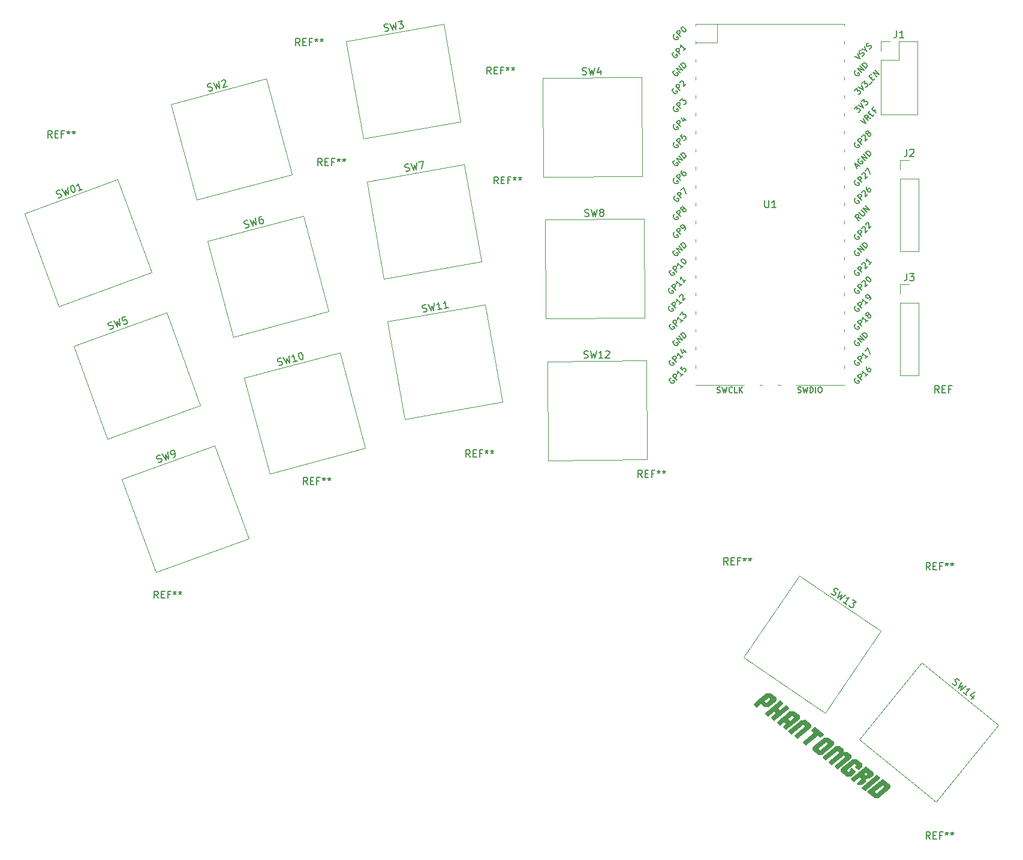
<source format=gbr>
%TF.GenerationSoftware,KiCad,Pcbnew,7.0.2*%
%TF.CreationDate,2023-06-04T21:47:56+09:00*%
%TF.ProjectId,architeuthis_dux,61726368-6974-4657-9574-6869735f6475,v1.0.0*%
%TF.SameCoordinates,Original*%
%TF.FileFunction,Legend,Top*%
%TF.FilePolarity,Positive*%
%FSLAX46Y46*%
G04 Gerber Fmt 4.6, Leading zero omitted, Abs format (unit mm)*
G04 Created by KiCad (PCBNEW 7.0.2) date 2023-06-04 21:47:56*
%MOMM*%
%LPD*%
G01*
G04 APERTURE LIST*
%ADD10C,0.000000*%
%ADD11C,0.150000*%
%ADD12C,0.120000*%
G04 APERTURE END LIST*
D10*
G36*
X251036185Y-147667104D02*
G01*
X251048079Y-148101442D01*
X249389753Y-149480288D01*
X248844339Y-149486990D01*
X247732877Y-148634135D01*
X247771880Y-148601840D01*
X248838199Y-148601840D01*
X249124724Y-148821698D01*
X250217389Y-147919259D01*
X249930864Y-147699402D01*
X248838199Y-148601840D01*
X247771880Y-148601840D01*
X248284760Y-148177172D01*
X249927871Y-146816665D01*
X251036185Y-147667104D01*
G37*
G36*
X249694873Y-146637879D02*
G01*
X247499878Y-148455349D01*
X246945721Y-148030129D01*
X249137567Y-146210243D01*
X249694873Y-146637879D01*
G37*
G36*
X248662126Y-145845424D02*
G01*
X248668453Y-146280494D01*
X248120438Y-146740427D01*
X247557380Y-146763604D01*
X247566857Y-147201093D01*
X247012544Y-147656191D01*
X246470280Y-147665311D01*
X246199498Y-147457533D01*
X247009551Y-146773456D01*
X246741918Y-146568095D01*
X245912974Y-147237675D01*
X245358817Y-146812455D01*
X246207940Y-146107429D01*
X247295498Y-146107429D01*
X247563132Y-146312791D01*
X247843328Y-146097579D01*
X247556804Y-145877721D01*
X247295498Y-146107429D01*
X246207940Y-146107429D01*
X246730286Y-145673726D01*
X247550662Y-144992568D01*
X248662126Y-145845424D01*
G37*
G36*
X247072071Y-144625332D02*
G01*
X247086381Y-145056523D01*
X246529652Y-145514771D01*
X245978643Y-145091967D01*
X246250858Y-144880635D01*
X245964336Y-144660779D01*
X244892977Y-145574564D01*
X245163758Y-145782343D01*
X245422646Y-145555781D01*
X245293552Y-145456724D01*
X245563571Y-145228699D01*
X246259416Y-145762639D01*
X245447680Y-146455429D01*
X244902267Y-146462132D01*
X244055289Y-145812223D01*
X244046543Y-145380299D01*
X245704136Y-143995889D01*
X246247133Y-143992336D01*
X247072071Y-144625332D01*
G37*
G36*
X244414636Y-142586211D02*
G01*
X244423381Y-143018133D01*
X244968793Y-143011430D01*
X245526100Y-143439067D01*
X245534843Y-143870987D01*
X243617629Y-145476395D01*
X243063472Y-145051175D01*
X244707303Y-143691222D01*
X244420777Y-143471363D01*
X242776948Y-144831318D01*
X242219642Y-144403682D01*
X243863471Y-143043727D01*
X243595839Y-142838366D01*
X241952008Y-144198319D01*
X241397851Y-143773099D01*
X243311918Y-142165277D01*
X243857331Y-142158576D01*
X244414636Y-142586211D01*
G37*
G36*
X243082769Y-141564233D02*
G01*
X243091515Y-141996156D01*
X241436335Y-143377416D01*
X240890924Y-143384120D01*
X240062836Y-142748706D01*
X240057780Y-142498968D01*
X240884781Y-142498968D01*
X241171306Y-142718826D01*
X242263971Y-141816388D01*
X241977446Y-141596529D01*
X240884781Y-142498968D01*
X240057780Y-142498968D01*
X240054092Y-142316783D01*
X240338822Y-142080039D01*
X241712417Y-140937937D01*
X242257830Y-140931235D01*
X243082769Y-141564233D01*
G37*
G36*
X241747753Y-140539839D02*
G01*
X241191025Y-140998088D01*
X240781704Y-140684005D01*
X239143438Y-142043227D01*
X238589281Y-141618008D01*
X240227547Y-140258786D01*
X239796186Y-139927791D01*
X240349766Y-139467126D01*
X241747753Y-140539839D01*
G37*
G36*
X239871175Y-139099890D02*
G01*
X239879920Y-139531813D01*
X237946962Y-141125139D01*
X237392806Y-140699920D01*
X239027922Y-139338281D01*
X238760289Y-139132919D01*
X237122024Y-140492142D01*
X236567867Y-140066922D01*
X238481933Y-138459099D01*
X239027345Y-138452397D01*
X239871175Y-139099890D01*
G37*
G36*
X237427846Y-137225058D02*
G01*
X238252784Y-137858055D01*
X238261530Y-138289978D01*
X236344315Y-139895384D01*
X235790157Y-139470164D01*
X236343737Y-139009499D01*
X236057213Y-138789642D01*
X235503633Y-139250306D01*
X234949475Y-138825086D01*
X235513842Y-138351016D01*
X236593882Y-138351016D01*
X236880407Y-138570875D01*
X237412679Y-138098862D01*
X237145046Y-137893500D01*
X236593882Y-138351016D01*
X235513842Y-138351016D01*
X236029444Y-137917908D01*
X236863541Y-137217263D01*
X237427846Y-137225058D01*
G37*
G36*
X236007818Y-136135432D02*
G01*
X235195349Y-136822657D01*
X235462982Y-137028019D01*
X236294342Y-136355290D01*
X236848499Y-136780510D01*
X234656654Y-138600397D01*
X234099348Y-138172761D01*
X234911817Y-137485536D01*
X234644184Y-137280174D01*
X233815972Y-137955319D01*
X233258666Y-137527683D01*
X235453660Y-135710212D01*
X236007818Y-136135432D01*
G37*
G36*
X234943583Y-135318817D02*
G01*
X234949912Y-135753887D01*
X233850731Y-136671336D01*
X233305318Y-136678039D01*
X232748012Y-136250403D01*
X232197581Y-136713483D01*
X231640275Y-136285848D01*
X232205034Y-135811778D01*
X233284682Y-135811778D01*
X233552314Y-136017140D01*
X234103479Y-135559623D01*
X233835846Y-135354261D01*
X233284682Y-135811778D01*
X232205034Y-135811778D01*
X232720637Y-135378971D01*
X233551924Y-134681173D01*
X234099753Y-134671323D01*
X234943583Y-135318817D01*
G37*
D11*
%TO.C,REF\u002A\u002A*%
X195666666Y-62762619D02*
X195333333Y-62286428D01*
X195095238Y-62762619D02*
X195095238Y-61762619D01*
X195095238Y-61762619D02*
X195476190Y-61762619D01*
X195476190Y-61762619D02*
X195571428Y-61810238D01*
X195571428Y-61810238D02*
X195619047Y-61857857D01*
X195619047Y-61857857D02*
X195666666Y-61953095D01*
X195666666Y-61953095D02*
X195666666Y-62095952D01*
X195666666Y-62095952D02*
X195619047Y-62191190D01*
X195619047Y-62191190D02*
X195571428Y-62238809D01*
X195571428Y-62238809D02*
X195476190Y-62286428D01*
X195476190Y-62286428D02*
X195095238Y-62286428D01*
X196095238Y-62238809D02*
X196428571Y-62238809D01*
X196571428Y-62762619D02*
X196095238Y-62762619D01*
X196095238Y-62762619D02*
X196095238Y-61762619D01*
X196095238Y-61762619D02*
X196571428Y-61762619D01*
X197333333Y-62238809D02*
X197000000Y-62238809D01*
X197000000Y-62762619D02*
X197000000Y-61762619D01*
X197000000Y-61762619D02*
X197476190Y-61762619D01*
X198000000Y-61762619D02*
X198000000Y-62000714D01*
X197761905Y-61905476D02*
X198000000Y-62000714D01*
X198000000Y-62000714D02*
X198238095Y-61905476D01*
X197857143Y-62191190D02*
X198000000Y-62000714D01*
X198000000Y-62000714D02*
X198142857Y-62191190D01*
X198761905Y-61762619D02*
X198761905Y-62000714D01*
X198523810Y-61905476D02*
X198761905Y-62000714D01*
X198761905Y-62000714D02*
X199000000Y-61905476D01*
X198619048Y-62191190D02*
X198761905Y-62000714D01*
X198761905Y-62000714D02*
X198904762Y-62191190D01*
X215989172Y-104192283D02*
X215655839Y-103716092D01*
X215417744Y-104192283D02*
X215417744Y-103192283D01*
X215417744Y-103192283D02*
X215798696Y-103192283D01*
X215798696Y-103192283D02*
X215893934Y-103239902D01*
X215893934Y-103239902D02*
X215941553Y-103287521D01*
X215941553Y-103287521D02*
X215989172Y-103382759D01*
X215989172Y-103382759D02*
X215989172Y-103525616D01*
X215989172Y-103525616D02*
X215941553Y-103620854D01*
X215941553Y-103620854D02*
X215893934Y-103668473D01*
X215893934Y-103668473D02*
X215798696Y-103716092D01*
X215798696Y-103716092D02*
X215417744Y-103716092D01*
X216417744Y-103668473D02*
X216751077Y-103668473D01*
X216893934Y-104192283D02*
X216417744Y-104192283D01*
X216417744Y-104192283D02*
X216417744Y-103192283D01*
X216417744Y-103192283D02*
X216893934Y-103192283D01*
X217655839Y-103668473D02*
X217322506Y-103668473D01*
X217322506Y-104192283D02*
X217322506Y-103192283D01*
X217322506Y-103192283D02*
X217798696Y-103192283D01*
X218322506Y-103192283D02*
X218322506Y-103430378D01*
X218084411Y-103335140D02*
X218322506Y-103430378D01*
X218322506Y-103430378D02*
X218560601Y-103335140D01*
X218179649Y-103620854D02*
X218322506Y-103430378D01*
X218322506Y-103430378D02*
X218465363Y-103620854D01*
X219084411Y-103192283D02*
X219084411Y-103430378D01*
X218846316Y-103335140D02*
X219084411Y-103430378D01*
X219084411Y-103430378D02*
X219322506Y-103335140D01*
X218941554Y-103620854D02*
X219084411Y-103430378D01*
X219084411Y-103430378D02*
X219227268Y-103620854D01*
X191702867Y-101358880D02*
X191369534Y-100882689D01*
X191131439Y-101358880D02*
X191131439Y-100358880D01*
X191131439Y-100358880D02*
X191512391Y-100358880D01*
X191512391Y-100358880D02*
X191607629Y-100406499D01*
X191607629Y-100406499D02*
X191655248Y-100454118D01*
X191655248Y-100454118D02*
X191702867Y-100549356D01*
X191702867Y-100549356D02*
X191702867Y-100692213D01*
X191702867Y-100692213D02*
X191655248Y-100787451D01*
X191655248Y-100787451D02*
X191607629Y-100835070D01*
X191607629Y-100835070D02*
X191512391Y-100882689D01*
X191512391Y-100882689D02*
X191131439Y-100882689D01*
X192131439Y-100835070D02*
X192464772Y-100835070D01*
X192607629Y-101358880D02*
X192131439Y-101358880D01*
X192131439Y-101358880D02*
X192131439Y-100358880D01*
X192131439Y-100358880D02*
X192607629Y-100358880D01*
X193369534Y-100835070D02*
X193036201Y-100835070D01*
X193036201Y-101358880D02*
X193036201Y-100358880D01*
X193036201Y-100358880D02*
X193512391Y-100358880D01*
X194036201Y-100358880D02*
X194036201Y-100596975D01*
X193798106Y-100501737D02*
X194036201Y-100596975D01*
X194036201Y-100596975D02*
X194274296Y-100501737D01*
X193893344Y-100787451D02*
X194036201Y-100596975D01*
X194036201Y-100596975D02*
X194179058Y-100787451D01*
X194798106Y-100358880D02*
X194798106Y-100596975D01*
X194560011Y-100501737D02*
X194798106Y-100596975D01*
X194798106Y-100596975D02*
X195036201Y-100501737D01*
X194655249Y-100787451D02*
X194798106Y-100596975D01*
X194798106Y-100596975D02*
X194940963Y-100787451D01*
X170807150Y-60184918D02*
X170473817Y-59708727D01*
X170235722Y-60184918D02*
X170235722Y-59184918D01*
X170235722Y-59184918D02*
X170616674Y-59184918D01*
X170616674Y-59184918D02*
X170711912Y-59232537D01*
X170711912Y-59232537D02*
X170759531Y-59280156D01*
X170759531Y-59280156D02*
X170807150Y-59375394D01*
X170807150Y-59375394D02*
X170807150Y-59518251D01*
X170807150Y-59518251D02*
X170759531Y-59613489D01*
X170759531Y-59613489D02*
X170711912Y-59661108D01*
X170711912Y-59661108D02*
X170616674Y-59708727D01*
X170616674Y-59708727D02*
X170235722Y-59708727D01*
X171235722Y-59661108D02*
X171569055Y-59661108D01*
X171711912Y-60184918D02*
X171235722Y-60184918D01*
X171235722Y-60184918D02*
X171235722Y-59184918D01*
X171235722Y-59184918D02*
X171711912Y-59184918D01*
X172473817Y-59661108D02*
X172140484Y-59661108D01*
X172140484Y-60184918D02*
X172140484Y-59184918D01*
X172140484Y-59184918D02*
X172616674Y-59184918D01*
X173140484Y-59184918D02*
X173140484Y-59423013D01*
X172902389Y-59327775D02*
X173140484Y-59423013D01*
X173140484Y-59423013D02*
X173378579Y-59327775D01*
X172997627Y-59613489D02*
X173140484Y-59423013D01*
X173140484Y-59423013D02*
X173283341Y-59613489D01*
X173902389Y-59184918D02*
X173902389Y-59423013D01*
X173664294Y-59327775D02*
X173902389Y-59423013D01*
X173902389Y-59423013D02*
X174140484Y-59327775D01*
X173759532Y-59613489D02*
X173902389Y-59423013D01*
X173902389Y-59423013D02*
X174045246Y-59613489D01*
%TO.C,SW01*%
X133529118Y-64729726D02*
X133679646Y-64725613D01*
X133679646Y-64725613D02*
X133903383Y-64644179D01*
X133903383Y-64644179D02*
X133976590Y-64566859D01*
X133976590Y-64566859D02*
X134005051Y-64505825D01*
X134005051Y-64505825D02*
X134017225Y-64400044D01*
X134017225Y-64400044D02*
X133984652Y-64310549D01*
X133984652Y-64310549D02*
X133907331Y-64237341D01*
X133907331Y-64237341D02*
X133846297Y-64208881D01*
X133846297Y-64208881D02*
X133740516Y-64196707D01*
X133740516Y-64196707D02*
X133545240Y-64217106D01*
X133545240Y-64217106D02*
X133439459Y-64204932D01*
X133439459Y-64204932D02*
X133378425Y-64176472D01*
X133378425Y-64176472D02*
X133301104Y-64103264D01*
X133301104Y-64103264D02*
X133268531Y-64013769D01*
X133268531Y-64013769D02*
X133280705Y-63907988D01*
X133280705Y-63907988D02*
X133309165Y-63846954D01*
X133309165Y-63846954D02*
X133382373Y-63769633D01*
X133382373Y-63769633D02*
X133606110Y-63688200D01*
X133606110Y-63688200D02*
X133756638Y-63684087D01*
X134053582Y-63525333D02*
X134619339Y-64383593D01*
X134619339Y-64383593D02*
X134554028Y-63647237D01*
X134554028Y-63647237D02*
X134977317Y-64253299D01*
X134977317Y-64253299D02*
X134859033Y-63232173D01*
X135396000Y-63036733D02*
X135485495Y-63004160D01*
X135485495Y-63004160D02*
X135591276Y-63016334D01*
X135591276Y-63016334D02*
X135652310Y-63044794D01*
X135652310Y-63044794D02*
X135729631Y-63118002D01*
X135729631Y-63118002D02*
X135839525Y-63280705D01*
X135839525Y-63280705D02*
X135920958Y-63504441D01*
X135920958Y-63504441D02*
X135941357Y-63699717D01*
X135941357Y-63699717D02*
X135929183Y-63805498D01*
X135929183Y-63805498D02*
X135900723Y-63866532D01*
X135900723Y-63866532D02*
X135827515Y-63943852D01*
X135827515Y-63943852D02*
X135738020Y-63976426D01*
X135738020Y-63976426D02*
X135632239Y-63964252D01*
X135632239Y-63964252D02*
X135571205Y-63935791D01*
X135571205Y-63935791D02*
X135493885Y-63862583D01*
X135493885Y-63862583D02*
X135383991Y-63699881D01*
X135383991Y-63699881D02*
X135302557Y-63476145D01*
X135302557Y-63476145D02*
X135282158Y-63280869D01*
X135282158Y-63280869D02*
X135294332Y-63175088D01*
X135294332Y-63175088D02*
X135322792Y-63114054D01*
X135322792Y-63114054D02*
X135396000Y-63036733D01*
X136946197Y-63536686D02*
X136409229Y-63732126D01*
X136677713Y-63634406D02*
X136335693Y-62694713D01*
X136335693Y-62694713D02*
X136295058Y-62861528D01*
X136295058Y-62861528D02*
X136238137Y-62983596D01*
X136238137Y-62983596D02*
X136164929Y-63060917D01*
%TO.C,SW3*%
X179675479Y-41197106D02*
X179824435Y-41219194D01*
X179824435Y-41219194D02*
X180058913Y-41177849D01*
X180058913Y-41177849D02*
X180144435Y-41114416D01*
X180144435Y-41114416D02*
X180183062Y-41059251D01*
X180183062Y-41059251D02*
X180213419Y-40957191D01*
X180213419Y-40957191D02*
X180196881Y-40863400D01*
X180196881Y-40863400D02*
X180133448Y-40777878D01*
X180133448Y-40777878D02*
X180078283Y-40739251D01*
X180078283Y-40739251D02*
X179976223Y-40708893D01*
X179976223Y-40708893D02*
X179780372Y-40695074D01*
X179780372Y-40695074D02*
X179678312Y-40664716D01*
X179678312Y-40664716D02*
X179623147Y-40626089D01*
X179623147Y-40626089D02*
X179559714Y-40540567D01*
X179559714Y-40540567D02*
X179543176Y-40446776D01*
X179543176Y-40446776D02*
X179573533Y-40344716D01*
X179573533Y-40344716D02*
X179612160Y-40289551D01*
X179612160Y-40289551D02*
X179697682Y-40226118D01*
X179697682Y-40226118D02*
X179932160Y-40184773D01*
X179932160Y-40184773D02*
X180081116Y-40206861D01*
X180401116Y-40102083D02*
X180809243Y-41045546D01*
X180809243Y-41045546D02*
X180872791Y-40309036D01*
X180872791Y-40309036D02*
X181184407Y-40979394D01*
X181184407Y-40979394D02*
X181245237Y-39953242D01*
X181526611Y-39903628D02*
X182136254Y-39796132D01*
X182136254Y-39796132D02*
X181874136Y-40229179D01*
X181874136Y-40229179D02*
X182014823Y-40204372D01*
X182014823Y-40204372D02*
X182116883Y-40234730D01*
X182116883Y-40234730D02*
X182172048Y-40273357D01*
X182172048Y-40273357D02*
X182235481Y-40358879D01*
X182235481Y-40358879D02*
X182276826Y-40593357D01*
X182276826Y-40593357D02*
X182246468Y-40695417D01*
X182246468Y-40695417D02*
X182207842Y-40750582D01*
X182207842Y-40750582D02*
X182122319Y-40814015D01*
X182122319Y-40814015D02*
X181840946Y-40863629D01*
X181840946Y-40863629D02*
X181738886Y-40833271D01*
X181738886Y-40833271D02*
X181683721Y-40794645D01*
%TO.C,REF\u002A\u002A*%
X194666666Y-47262619D02*
X194333333Y-46786428D01*
X194095238Y-47262619D02*
X194095238Y-46262619D01*
X194095238Y-46262619D02*
X194476190Y-46262619D01*
X194476190Y-46262619D02*
X194571428Y-46310238D01*
X194571428Y-46310238D02*
X194619047Y-46357857D01*
X194619047Y-46357857D02*
X194666666Y-46453095D01*
X194666666Y-46453095D02*
X194666666Y-46595952D01*
X194666666Y-46595952D02*
X194619047Y-46691190D01*
X194619047Y-46691190D02*
X194571428Y-46738809D01*
X194571428Y-46738809D02*
X194476190Y-46786428D01*
X194476190Y-46786428D02*
X194095238Y-46786428D01*
X195095238Y-46738809D02*
X195428571Y-46738809D01*
X195571428Y-47262619D02*
X195095238Y-47262619D01*
X195095238Y-47262619D02*
X195095238Y-46262619D01*
X195095238Y-46262619D02*
X195571428Y-46262619D01*
X196333333Y-46738809D02*
X196000000Y-46738809D01*
X196000000Y-47262619D02*
X196000000Y-46262619D01*
X196000000Y-46262619D02*
X196476190Y-46262619D01*
X197000000Y-46262619D02*
X197000000Y-46500714D01*
X196761905Y-46405476D02*
X197000000Y-46500714D01*
X197000000Y-46500714D02*
X197238095Y-46405476D01*
X196857143Y-46691190D02*
X197000000Y-46500714D01*
X197000000Y-46500714D02*
X197142857Y-46691190D01*
X197761905Y-46262619D02*
X197761905Y-46500714D01*
X197523810Y-46405476D02*
X197761905Y-46500714D01*
X197761905Y-46500714D02*
X198000000Y-46405476D01*
X197619048Y-46691190D02*
X197761905Y-46500714D01*
X197761905Y-46500714D02*
X197904762Y-46691190D01*
%TO.C,SW14*%
X259788984Y-133264400D02*
X259869705Y-133391522D01*
X259869705Y-133391522D02*
X260054347Y-133541844D01*
X260054347Y-133541844D02*
X260158268Y-133565045D01*
X260158268Y-133565045D02*
X260225261Y-133558181D01*
X260225261Y-133558181D02*
X260322318Y-133514388D01*
X260322318Y-133514388D02*
X260382447Y-133440532D01*
X260382447Y-133440532D02*
X260405647Y-133336610D01*
X260405647Y-133336610D02*
X260398783Y-133269618D01*
X260398783Y-133269618D02*
X260354991Y-133172560D01*
X260354991Y-133172560D02*
X260237342Y-133015374D01*
X260237342Y-133015374D02*
X260193549Y-132918317D01*
X260193549Y-132918317D02*
X260186685Y-132851324D01*
X260186685Y-132851324D02*
X260209886Y-132747403D01*
X260209886Y-132747403D02*
X260270015Y-132673546D01*
X260270015Y-132673546D02*
X260367072Y-132629754D01*
X260367072Y-132629754D02*
X260434065Y-132622890D01*
X260434065Y-132622890D02*
X260537986Y-132646091D01*
X260537986Y-132646091D02*
X260722628Y-132796413D01*
X260722628Y-132796413D02*
X260803348Y-132923534D01*
X261091911Y-133097057D02*
X260645201Y-134022875D01*
X260645201Y-134022875D02*
X261243880Y-133589207D01*
X261243880Y-133589207D02*
X260940627Y-134263390D01*
X260940627Y-134263390D02*
X261756622Y-133638216D01*
X261826908Y-134984936D02*
X261383768Y-134624163D01*
X261605338Y-134804550D02*
X262236691Y-134029054D01*
X262236691Y-134029054D02*
X262072641Y-134079710D01*
X262072641Y-134079710D02*
X261938655Y-134093438D01*
X261938655Y-134093438D02*
X261834734Y-134070238D01*
X262912521Y-135009098D02*
X262491619Y-135526096D01*
X262968394Y-134563349D02*
X262332786Y-134966953D01*
X262332786Y-134966953D02*
X262812855Y-135357790D01*
%TO.C,SW13*%
X242702235Y-120585609D02*
X242793519Y-120705371D01*
X242793519Y-120705371D02*
X242990326Y-120839373D01*
X242990326Y-120839373D02*
X243095849Y-120853612D01*
X243095849Y-120853612D02*
X243162010Y-120841050D01*
X243162010Y-120841050D02*
X243254972Y-120789128D01*
X243254972Y-120789128D02*
X243308573Y-120710405D01*
X243308573Y-120710405D02*
X243322812Y-120604882D01*
X243322812Y-120604882D02*
X243310251Y-120538720D01*
X243310251Y-120538720D02*
X243258328Y-120445758D01*
X243258328Y-120445758D02*
X243127683Y-120299196D01*
X243127683Y-120299196D02*
X243075760Y-120206234D01*
X243075760Y-120206234D02*
X243063199Y-120140073D01*
X243063199Y-120140073D02*
X243077438Y-120034549D01*
X243077438Y-120034549D02*
X243131038Y-119955827D01*
X243131038Y-119955827D02*
X243224000Y-119903904D01*
X243224000Y-119903904D02*
X243290162Y-119891343D01*
X243290162Y-119891343D02*
X243395685Y-119905582D01*
X243395685Y-119905582D02*
X243592492Y-120039583D01*
X243592492Y-120039583D02*
X243683776Y-120159345D01*
X243986106Y-120307585D02*
X243620108Y-121268176D01*
X243620108Y-121268176D02*
X244179558Y-120784956D01*
X244179558Y-120784956D02*
X243935000Y-121482578D01*
X243935000Y-121482578D02*
X244694612Y-120789990D01*
X244879674Y-122125784D02*
X244407337Y-121804181D01*
X244643505Y-121964982D02*
X245206310Y-121138393D01*
X245206310Y-121138393D02*
X245047187Y-121202876D01*
X245047187Y-121202876D02*
X244914863Y-121227999D01*
X244914863Y-121227999D02*
X244809340Y-121213760D01*
X245718009Y-121486796D02*
X246229707Y-121835199D01*
X246229707Y-121835199D02*
X245739775Y-121962488D01*
X245739775Y-121962488D02*
X245857859Y-122042889D01*
X245857859Y-122042889D02*
X245909782Y-122135851D01*
X245909782Y-122135851D02*
X245922343Y-122202013D01*
X245922343Y-122202013D02*
X245908104Y-122307536D01*
X245908104Y-122307536D02*
X245774103Y-122504343D01*
X245774103Y-122504343D02*
X245681141Y-122556265D01*
X245681141Y-122556265D02*
X245614979Y-122568827D01*
X245614979Y-122568827D02*
X245509456Y-122554588D01*
X245509456Y-122554588D02*
X245273288Y-122393786D01*
X245273288Y-122393786D02*
X245221365Y-122300824D01*
X245221365Y-122300824D02*
X245208804Y-122234663D01*
%TO.C,SW10*%
X164694676Y-88395524D02*
X164844990Y-88404546D01*
X164844990Y-88404546D02*
X165074972Y-88342923D01*
X165074972Y-88342923D02*
X165154640Y-88272277D01*
X165154640Y-88272277D02*
X165188312Y-88213956D01*
X165188312Y-88213956D02*
X165209659Y-88109638D01*
X165209659Y-88109638D02*
X165185010Y-88017645D01*
X165185010Y-88017645D02*
X165114364Y-87937977D01*
X165114364Y-87937977D02*
X165056043Y-87904305D01*
X165056043Y-87904305D02*
X164951725Y-87882958D01*
X164951725Y-87882958D02*
X164755414Y-87886260D01*
X164755414Y-87886260D02*
X164651097Y-87864913D01*
X164651097Y-87864913D02*
X164592775Y-87831242D01*
X164592775Y-87831242D02*
X164522130Y-87751573D01*
X164522130Y-87751573D02*
X164497480Y-87659580D01*
X164497480Y-87659580D02*
X164518827Y-87555263D01*
X164518827Y-87555263D02*
X164552499Y-87496942D01*
X164552499Y-87496942D02*
X164632167Y-87426296D01*
X164632167Y-87426296D02*
X164862150Y-87364672D01*
X164862150Y-87364672D02*
X165012464Y-87373694D01*
X165322114Y-87241425D02*
X165810916Y-88145727D01*
X165810916Y-88145727D02*
X165810031Y-87406481D01*
X165810031Y-87406481D02*
X166178887Y-88047129D01*
X166178887Y-88047129D02*
X166150051Y-87019580D01*
X167282802Y-87751336D02*
X166730845Y-87899233D01*
X167006824Y-87825285D02*
X166748005Y-86859359D01*
X166748005Y-86859359D02*
X166692986Y-87021998D01*
X166692986Y-87021998D02*
X166625642Y-87138640D01*
X166625642Y-87138640D02*
X166545974Y-87209286D01*
X167621938Y-86625189D02*
X167713930Y-86600540D01*
X167713930Y-86600540D02*
X167818248Y-86621887D01*
X167818248Y-86621887D02*
X167876569Y-86655559D01*
X167876569Y-86655559D02*
X167947215Y-86735227D01*
X167947215Y-86735227D02*
X168042511Y-86906888D01*
X168042511Y-86906888D02*
X168104134Y-87136870D01*
X168104134Y-87136870D02*
X168107437Y-87333181D01*
X168107437Y-87333181D02*
X168086089Y-87437498D01*
X168086089Y-87437498D02*
X168052418Y-87495820D01*
X168052418Y-87495820D02*
X167972750Y-87566466D01*
X167972750Y-87566466D02*
X167880757Y-87591115D01*
X167880757Y-87591115D02*
X167776439Y-87569768D01*
X167776439Y-87569768D02*
X167718118Y-87536096D01*
X167718118Y-87536096D02*
X167647472Y-87456428D01*
X167647472Y-87456428D02*
X167552177Y-87284767D01*
X167552177Y-87284767D02*
X167490553Y-87054784D01*
X167490553Y-87054784D02*
X167487251Y-86858474D01*
X167487251Y-86858474D02*
X167508598Y-86754156D01*
X167508598Y-86754156D02*
X167542269Y-86695835D01*
X167542269Y-86695835D02*
X167621938Y-86625189D01*
%TO.C,J2*%
X253366666Y-57892619D02*
X253366666Y-58606904D01*
X253366666Y-58606904D02*
X253319047Y-58749761D01*
X253319047Y-58749761D02*
X253223809Y-58845000D01*
X253223809Y-58845000D02*
X253080952Y-58892619D01*
X253080952Y-58892619D02*
X252985714Y-58892619D01*
X253795238Y-57987857D02*
X253842857Y-57940238D01*
X253842857Y-57940238D02*
X253938095Y-57892619D01*
X253938095Y-57892619D02*
X254176190Y-57892619D01*
X254176190Y-57892619D02*
X254271428Y-57940238D01*
X254271428Y-57940238D02*
X254319047Y-57987857D01*
X254319047Y-57987857D02*
X254366666Y-58083095D01*
X254366666Y-58083095D02*
X254366666Y-58178333D01*
X254366666Y-58178333D02*
X254319047Y-58321190D01*
X254319047Y-58321190D02*
X253747619Y-58892619D01*
X253747619Y-58892619D02*
X254366666Y-58892619D01*
%TO.C,REF*%
X257928571Y-92262619D02*
X257595238Y-91786428D01*
X257357143Y-92262619D02*
X257357143Y-91262619D01*
X257357143Y-91262619D02*
X257738095Y-91262619D01*
X257738095Y-91262619D02*
X257833333Y-91310238D01*
X257833333Y-91310238D02*
X257880952Y-91357857D01*
X257880952Y-91357857D02*
X257928571Y-91453095D01*
X257928571Y-91453095D02*
X257928571Y-91595952D01*
X257928571Y-91595952D02*
X257880952Y-91691190D01*
X257880952Y-91691190D02*
X257833333Y-91738809D01*
X257833333Y-91738809D02*
X257738095Y-91786428D01*
X257738095Y-91786428D02*
X257357143Y-91786428D01*
X258357143Y-91738809D02*
X258690476Y-91738809D01*
X258833333Y-92262619D02*
X258357143Y-92262619D01*
X258357143Y-92262619D02*
X258357143Y-91262619D01*
X258357143Y-91262619D02*
X258833333Y-91262619D01*
X259595238Y-91738809D02*
X259261905Y-91738809D01*
X259261905Y-92262619D02*
X259261905Y-91262619D01*
X259261905Y-91262619D02*
X259738095Y-91262619D01*
%TO.C,SW5*%
X140854181Y-83307228D02*
X141004709Y-83303115D01*
X141004709Y-83303115D02*
X141228446Y-83221681D01*
X141228446Y-83221681D02*
X141301654Y-83144361D01*
X141301654Y-83144361D02*
X141330114Y-83083327D01*
X141330114Y-83083327D02*
X141342288Y-82977546D01*
X141342288Y-82977546D02*
X141309715Y-82888051D01*
X141309715Y-82888051D02*
X141232394Y-82814843D01*
X141232394Y-82814843D02*
X141171360Y-82786383D01*
X141171360Y-82786383D02*
X141065579Y-82774209D01*
X141065579Y-82774209D02*
X140870303Y-82794608D01*
X140870303Y-82794608D02*
X140764522Y-82782434D01*
X140764522Y-82782434D02*
X140703488Y-82753974D01*
X140703488Y-82753974D02*
X140626167Y-82680766D01*
X140626167Y-82680766D02*
X140593594Y-82591271D01*
X140593594Y-82591271D02*
X140605768Y-82485490D01*
X140605768Y-82485490D02*
X140634229Y-82424456D01*
X140634229Y-82424456D02*
X140707436Y-82347136D01*
X140707436Y-82347136D02*
X140931173Y-82265702D01*
X140931173Y-82265702D02*
X141081701Y-82261589D01*
X141378646Y-82102835D02*
X141944402Y-82961095D01*
X141944402Y-82961095D02*
X141879091Y-82224739D01*
X141879091Y-82224739D02*
X142302380Y-82830801D01*
X142302380Y-82830801D02*
X142184096Y-81809675D01*
X142989547Y-81516515D02*
X142542074Y-81679382D01*
X142542074Y-81679382D02*
X142660194Y-82143141D01*
X142660194Y-82143141D02*
X142688654Y-82082107D01*
X142688654Y-82082107D02*
X142761862Y-82004787D01*
X142761862Y-82004787D02*
X142985599Y-81923353D01*
X142985599Y-81923353D02*
X143091380Y-81935527D01*
X143091380Y-81935527D02*
X143152414Y-81963988D01*
X143152414Y-81963988D02*
X143229734Y-82037196D01*
X143229734Y-82037196D02*
X143311168Y-82260932D01*
X143311168Y-82260932D02*
X143298994Y-82366713D01*
X143298994Y-82366713D02*
X143270533Y-82427747D01*
X143270533Y-82427747D02*
X143197325Y-82505068D01*
X143197325Y-82505068D02*
X142973589Y-82586501D01*
X142973589Y-82586501D02*
X142867808Y-82574327D01*
X142867808Y-82574327D02*
X142806774Y-82545867D01*
%TO.C,SW12*%
X207785943Y-87322446D02*
X207929170Y-87368941D01*
X207929170Y-87368941D02*
X208167257Y-87367071D01*
X208167257Y-87367071D02*
X208262119Y-87318706D01*
X208262119Y-87318706D02*
X208309362Y-87270714D01*
X208309362Y-87270714D02*
X208356232Y-87175105D01*
X208356232Y-87175105D02*
X208355484Y-87079870D01*
X208355484Y-87079870D02*
X208307118Y-86985009D01*
X208307118Y-86985009D02*
X208259127Y-86937765D01*
X208259127Y-86937765D02*
X208163518Y-86890895D01*
X208163518Y-86890895D02*
X207972673Y-86844774D01*
X207972673Y-86844774D02*
X207877064Y-86797904D01*
X207877064Y-86797904D02*
X207829073Y-86750661D01*
X207829073Y-86750661D02*
X207780707Y-86655799D01*
X207780707Y-86655799D02*
X207779959Y-86560564D01*
X207779959Y-86560564D02*
X207826829Y-86464955D01*
X207826829Y-86464955D02*
X207874072Y-86416964D01*
X207874072Y-86416964D02*
X207968933Y-86368598D01*
X207968933Y-86368598D02*
X208207021Y-86366728D01*
X208207021Y-86366728D02*
X208350248Y-86413224D01*
X208683197Y-86362988D02*
X208929139Y-87361087D01*
X208929139Y-87361087D02*
X209113999Y-86645328D01*
X209113999Y-86645328D02*
X209310079Y-87358095D01*
X209310079Y-87358095D02*
X209540313Y-86356256D01*
X210452901Y-87349119D02*
X209881490Y-87353607D01*
X210167196Y-87351363D02*
X210159342Y-86351394D01*
X210159342Y-86351394D02*
X210065229Y-86494995D01*
X210065229Y-86494995D02*
X209970741Y-86590978D01*
X209970741Y-86590978D02*
X209875880Y-86639344D01*
X210826736Y-86441393D02*
X210873980Y-86393402D01*
X210873980Y-86393402D02*
X210968841Y-86345036D01*
X210968841Y-86345036D02*
X211206929Y-86343166D01*
X211206929Y-86343166D02*
X211302538Y-86390036D01*
X211302538Y-86390036D02*
X211350529Y-86437279D01*
X211350529Y-86437279D02*
X211398895Y-86532141D01*
X211398895Y-86532141D02*
X211399643Y-86627376D01*
X211399643Y-86627376D02*
X211353147Y-86770603D01*
X211353147Y-86770603D02*
X210786224Y-87346501D01*
X210786224Y-87346501D02*
X211405253Y-87341639D01*
%TO.C,SW9*%
X147694584Y-102101080D02*
X147845112Y-102096967D01*
X147845112Y-102096967D02*
X148068849Y-102015533D01*
X148068849Y-102015533D02*
X148142057Y-101938213D01*
X148142057Y-101938213D02*
X148170517Y-101877179D01*
X148170517Y-101877179D02*
X148182691Y-101771398D01*
X148182691Y-101771398D02*
X148150118Y-101681903D01*
X148150118Y-101681903D02*
X148072797Y-101608695D01*
X148072797Y-101608695D02*
X148011763Y-101580235D01*
X148011763Y-101580235D02*
X147905982Y-101568061D01*
X147905982Y-101568061D02*
X147710706Y-101588460D01*
X147710706Y-101588460D02*
X147604925Y-101576286D01*
X147604925Y-101576286D02*
X147543891Y-101547826D01*
X147543891Y-101547826D02*
X147466570Y-101474618D01*
X147466570Y-101474618D02*
X147433997Y-101385123D01*
X147433997Y-101385123D02*
X147446171Y-101279342D01*
X147446171Y-101279342D02*
X147474632Y-101218308D01*
X147474632Y-101218308D02*
X147547839Y-101140988D01*
X147547839Y-101140988D02*
X147771576Y-101059554D01*
X147771576Y-101059554D02*
X147922104Y-101055441D01*
X148219049Y-100896687D02*
X148784805Y-101754947D01*
X148784805Y-101754947D02*
X148719494Y-101018591D01*
X148719494Y-101018591D02*
X149142783Y-101624653D01*
X149142783Y-101624653D02*
X149024499Y-100603527D01*
X149769245Y-101396640D02*
X149948234Y-101331493D01*
X149948234Y-101331493D02*
X150021442Y-101254173D01*
X150021442Y-101254173D02*
X150049902Y-101193139D01*
X150049902Y-101193139D02*
X150090537Y-101026324D01*
X150090537Y-101026324D02*
X150070137Y-100831048D01*
X150070137Y-100831048D02*
X149939844Y-100473070D01*
X149939844Y-100473070D02*
X149862523Y-100399862D01*
X149862523Y-100399862D02*
X149801489Y-100371401D01*
X149801489Y-100371401D02*
X149695708Y-100359227D01*
X149695708Y-100359227D02*
X149516719Y-100424374D01*
X149516719Y-100424374D02*
X149443511Y-100501695D01*
X149443511Y-100501695D02*
X149415051Y-100562729D01*
X149415051Y-100562729D02*
X149402877Y-100668510D01*
X149402877Y-100668510D02*
X149484310Y-100892246D01*
X149484310Y-100892246D02*
X149561631Y-100965454D01*
X149561631Y-100965454D02*
X149622665Y-100993915D01*
X149622665Y-100993915D02*
X149728446Y-101006088D01*
X149728446Y-101006088D02*
X149907435Y-100940942D01*
X149907435Y-100940942D02*
X149980643Y-100863621D01*
X149980643Y-100863621D02*
X150009103Y-100802587D01*
X150009103Y-100802587D02*
X150021277Y-100696806D01*
%TO.C,REF\u002A\u002A*%
X228132324Y-116537821D02*
X227798991Y-116061630D01*
X227560896Y-116537821D02*
X227560896Y-115537821D01*
X227560896Y-115537821D02*
X227941848Y-115537821D01*
X227941848Y-115537821D02*
X228037086Y-115585440D01*
X228037086Y-115585440D02*
X228084705Y-115633059D01*
X228084705Y-115633059D02*
X228132324Y-115728297D01*
X228132324Y-115728297D02*
X228132324Y-115871154D01*
X228132324Y-115871154D02*
X228084705Y-115966392D01*
X228084705Y-115966392D02*
X228037086Y-116014011D01*
X228037086Y-116014011D02*
X227941848Y-116061630D01*
X227941848Y-116061630D02*
X227560896Y-116061630D01*
X228560896Y-116014011D02*
X228894229Y-116014011D01*
X229037086Y-116537821D02*
X228560896Y-116537821D01*
X228560896Y-116537821D02*
X228560896Y-115537821D01*
X228560896Y-115537821D02*
X229037086Y-115537821D01*
X229798991Y-116014011D02*
X229465658Y-116014011D01*
X229465658Y-116537821D02*
X229465658Y-115537821D01*
X229465658Y-115537821D02*
X229941848Y-115537821D01*
X230465658Y-115537821D02*
X230465658Y-115775916D01*
X230227563Y-115680678D02*
X230465658Y-115775916D01*
X230465658Y-115775916D02*
X230703753Y-115680678D01*
X230322801Y-115966392D02*
X230465658Y-115775916D01*
X230465658Y-115775916D02*
X230608515Y-115966392D01*
X231227563Y-115537821D02*
X231227563Y-115775916D01*
X230989468Y-115680678D02*
X231227563Y-115775916D01*
X231227563Y-115775916D02*
X231465658Y-115680678D01*
X231084706Y-115966392D02*
X231227563Y-115775916D01*
X231227563Y-115775916D02*
X231370420Y-115966392D01*
X256666666Y-155262619D02*
X256333333Y-154786428D01*
X256095238Y-155262619D02*
X256095238Y-154262619D01*
X256095238Y-154262619D02*
X256476190Y-154262619D01*
X256476190Y-154262619D02*
X256571428Y-154310238D01*
X256571428Y-154310238D02*
X256619047Y-154357857D01*
X256619047Y-154357857D02*
X256666666Y-154453095D01*
X256666666Y-154453095D02*
X256666666Y-154595952D01*
X256666666Y-154595952D02*
X256619047Y-154691190D01*
X256619047Y-154691190D02*
X256571428Y-154738809D01*
X256571428Y-154738809D02*
X256476190Y-154786428D01*
X256476190Y-154786428D02*
X256095238Y-154786428D01*
X257095238Y-154738809D02*
X257428571Y-154738809D01*
X257571428Y-155262619D02*
X257095238Y-155262619D01*
X257095238Y-155262619D02*
X257095238Y-154262619D01*
X257095238Y-154262619D02*
X257571428Y-154262619D01*
X258333333Y-154738809D02*
X258000000Y-154738809D01*
X258000000Y-155262619D02*
X258000000Y-154262619D01*
X258000000Y-154262619D02*
X258476190Y-154262619D01*
X259000000Y-154262619D02*
X259000000Y-154500714D01*
X258761905Y-154405476D02*
X259000000Y-154500714D01*
X259000000Y-154500714D02*
X259238095Y-154405476D01*
X258857143Y-154691190D02*
X259000000Y-154500714D01*
X259000000Y-154500714D02*
X259142857Y-154691190D01*
X259761905Y-154262619D02*
X259761905Y-154500714D01*
X259523810Y-154405476D02*
X259761905Y-154500714D01*
X259761905Y-154500714D02*
X260000000Y-154405476D01*
X259619048Y-154691190D02*
X259761905Y-154500714D01*
X259761905Y-154500714D02*
X259904762Y-154691190D01*
%TO.C,U1*%
X233311095Y-65136619D02*
X233311095Y-65946142D01*
X233311095Y-65946142D02*
X233358714Y-66041380D01*
X233358714Y-66041380D02*
X233406333Y-66089000D01*
X233406333Y-66089000D02*
X233501571Y-66136619D01*
X233501571Y-66136619D02*
X233692047Y-66136619D01*
X233692047Y-66136619D02*
X233787285Y-66089000D01*
X233787285Y-66089000D02*
X233834904Y-66041380D01*
X233834904Y-66041380D02*
X233882523Y-65946142D01*
X233882523Y-65946142D02*
X233882523Y-65136619D01*
X234882523Y-66136619D02*
X234311095Y-66136619D01*
X234596809Y-66136619D02*
X234596809Y-65136619D01*
X234596809Y-65136619D02*
X234501571Y-65279476D01*
X234501571Y-65279476D02*
X234406333Y-65374714D01*
X234406333Y-65374714D02*
X234311095Y-65422333D01*
X246799265Y-53839757D02*
X247553512Y-54216881D01*
X247553512Y-54216881D02*
X247176388Y-53462634D01*
X248253884Y-53516509D02*
X247795948Y-53435697D01*
X247930635Y-53839758D02*
X247364950Y-53274072D01*
X247364950Y-53274072D02*
X247580449Y-53058573D01*
X247580449Y-53058573D02*
X247661261Y-53031636D01*
X247661261Y-53031636D02*
X247715136Y-53031636D01*
X247715136Y-53031636D02*
X247795948Y-53058573D01*
X247795948Y-53058573D02*
X247876760Y-53139385D01*
X247876760Y-53139385D02*
X247903698Y-53220197D01*
X247903698Y-53220197D02*
X247903698Y-53274072D01*
X247903698Y-53274072D02*
X247876760Y-53354884D01*
X247876760Y-53354884D02*
X247661261Y-53570384D01*
X248200009Y-52977761D02*
X248388571Y-52789199D01*
X248765695Y-53004698D02*
X248496321Y-53274072D01*
X248496321Y-53274072D02*
X247930635Y-52708387D01*
X247930635Y-52708387D02*
X248200009Y-52439013D01*
X248900382Y-52277388D02*
X248711820Y-52465950D01*
X249008132Y-52762261D02*
X248442446Y-52196576D01*
X248442446Y-52196576D02*
X248711820Y-51927202D01*
X246164950Y-72177946D02*
X246084138Y-72204884D01*
X246084138Y-72204884D02*
X246003326Y-72285696D01*
X246003326Y-72285696D02*
X245949451Y-72393446D01*
X245949451Y-72393446D02*
X245949451Y-72501195D01*
X245949451Y-72501195D02*
X245976389Y-72582007D01*
X245976389Y-72582007D02*
X246057201Y-72716694D01*
X246057201Y-72716694D02*
X246138013Y-72797507D01*
X246138013Y-72797507D02*
X246272700Y-72878319D01*
X246272700Y-72878319D02*
X246353512Y-72905256D01*
X246353512Y-72905256D02*
X246461262Y-72905256D01*
X246461262Y-72905256D02*
X246569011Y-72851381D01*
X246569011Y-72851381D02*
X246622886Y-72797507D01*
X246622886Y-72797507D02*
X246676761Y-72689757D01*
X246676761Y-72689757D02*
X246676761Y-72635882D01*
X246676761Y-72635882D02*
X246488199Y-72447320D01*
X246488199Y-72447320D02*
X246380450Y-72555070D01*
X246973072Y-72447320D02*
X246407387Y-71881635D01*
X246407387Y-71881635D02*
X247296321Y-72124072D01*
X247296321Y-72124072D02*
X246730636Y-71558386D01*
X247565695Y-71854698D02*
X247000010Y-71289012D01*
X247000010Y-71289012D02*
X247134697Y-71154325D01*
X247134697Y-71154325D02*
X247242446Y-71100450D01*
X247242446Y-71100450D02*
X247350196Y-71100450D01*
X247350196Y-71100450D02*
X247431008Y-71127388D01*
X247431008Y-71127388D02*
X247565695Y-71208200D01*
X247565695Y-71208200D02*
X247646507Y-71289012D01*
X247646507Y-71289012D02*
X247727319Y-71423699D01*
X247727319Y-71423699D02*
X247754257Y-71504511D01*
X247754257Y-71504511D02*
X247754257Y-71612261D01*
X247754257Y-71612261D02*
X247700382Y-71720011D01*
X247700382Y-71720011D02*
X247565695Y-71854698D01*
X220591888Y-69611009D02*
X220511075Y-69637946D01*
X220511075Y-69637946D02*
X220430263Y-69718759D01*
X220430263Y-69718759D02*
X220376388Y-69826508D01*
X220376388Y-69826508D02*
X220376388Y-69934258D01*
X220376388Y-69934258D02*
X220403326Y-70015070D01*
X220403326Y-70015070D02*
X220484138Y-70149757D01*
X220484138Y-70149757D02*
X220564950Y-70230569D01*
X220564950Y-70230569D02*
X220699637Y-70311382D01*
X220699637Y-70311382D02*
X220780449Y-70338319D01*
X220780449Y-70338319D02*
X220888199Y-70338319D01*
X220888199Y-70338319D02*
X220995949Y-70284444D01*
X220995949Y-70284444D02*
X221049823Y-70230569D01*
X221049823Y-70230569D02*
X221103698Y-70122820D01*
X221103698Y-70122820D02*
X221103698Y-70068945D01*
X221103698Y-70068945D02*
X220915136Y-69880383D01*
X220915136Y-69880383D02*
X220807387Y-69988133D01*
X221400010Y-69880383D02*
X220834324Y-69314698D01*
X220834324Y-69314698D02*
X221049823Y-69099198D01*
X221049823Y-69099198D02*
X221130636Y-69072261D01*
X221130636Y-69072261D02*
X221184510Y-69072261D01*
X221184510Y-69072261D02*
X221265323Y-69099198D01*
X221265323Y-69099198D02*
X221346135Y-69180011D01*
X221346135Y-69180011D02*
X221373072Y-69260823D01*
X221373072Y-69260823D02*
X221373072Y-69314698D01*
X221373072Y-69314698D02*
X221346135Y-69395510D01*
X221346135Y-69395510D02*
X221130636Y-69611009D01*
X221992632Y-69287760D02*
X222100382Y-69180011D01*
X222100382Y-69180011D02*
X222127319Y-69099198D01*
X222127319Y-69099198D02*
X222127319Y-69045324D01*
X222127319Y-69045324D02*
X222100382Y-68910637D01*
X222100382Y-68910637D02*
X222019570Y-68775950D01*
X222019570Y-68775950D02*
X221804071Y-68560450D01*
X221804071Y-68560450D02*
X221723258Y-68533513D01*
X221723258Y-68533513D02*
X221669384Y-68533513D01*
X221669384Y-68533513D02*
X221588571Y-68560450D01*
X221588571Y-68560450D02*
X221480822Y-68668200D01*
X221480822Y-68668200D02*
X221453884Y-68749012D01*
X221453884Y-68749012D02*
X221453884Y-68802887D01*
X221453884Y-68802887D02*
X221480822Y-68883699D01*
X221480822Y-68883699D02*
X221615509Y-69018386D01*
X221615509Y-69018386D02*
X221696321Y-69045324D01*
X221696321Y-69045324D02*
X221750196Y-69045324D01*
X221750196Y-69045324D02*
X221831008Y-69018386D01*
X221831008Y-69018386D02*
X221938758Y-68910637D01*
X221938758Y-68910637D02*
X221965695Y-68829824D01*
X221965695Y-68829824D02*
X221965695Y-68775950D01*
X221965695Y-68775950D02*
X221938758Y-68695137D01*
X246176513Y-87660384D02*
X246095701Y-87687321D01*
X246095701Y-87687321D02*
X246014889Y-87768133D01*
X246014889Y-87768133D02*
X245961014Y-87875883D01*
X245961014Y-87875883D02*
X245961014Y-87983632D01*
X245961014Y-87983632D02*
X245987951Y-88064445D01*
X245987951Y-88064445D02*
X246068764Y-88199132D01*
X246068764Y-88199132D02*
X246149576Y-88279944D01*
X246149576Y-88279944D02*
X246284263Y-88360756D01*
X246284263Y-88360756D02*
X246365075Y-88387693D01*
X246365075Y-88387693D02*
X246472825Y-88387693D01*
X246472825Y-88387693D02*
X246580574Y-88333819D01*
X246580574Y-88333819D02*
X246634449Y-88279944D01*
X246634449Y-88279944D02*
X246688324Y-88172194D01*
X246688324Y-88172194D02*
X246688324Y-88118319D01*
X246688324Y-88118319D02*
X246499762Y-87929758D01*
X246499762Y-87929758D02*
X246392012Y-88037507D01*
X246984635Y-87929758D02*
X246418950Y-87364072D01*
X246418950Y-87364072D02*
X246634449Y-87148573D01*
X246634449Y-87148573D02*
X246715261Y-87121636D01*
X246715261Y-87121636D02*
X246769136Y-87121636D01*
X246769136Y-87121636D02*
X246849948Y-87148573D01*
X246849948Y-87148573D02*
X246930760Y-87229385D01*
X246930760Y-87229385D02*
X246957698Y-87310197D01*
X246957698Y-87310197D02*
X246957698Y-87364072D01*
X246957698Y-87364072D02*
X246930760Y-87444884D01*
X246930760Y-87444884D02*
X246715261Y-87660384D01*
X247846632Y-87067761D02*
X247523383Y-87391010D01*
X247685008Y-87229385D02*
X247119322Y-86663700D01*
X247119322Y-86663700D02*
X247146260Y-86798387D01*
X247146260Y-86798387D02*
X247146260Y-86906136D01*
X247146260Y-86906136D02*
X247119322Y-86986948D01*
X247469509Y-86313513D02*
X247846632Y-85936390D01*
X247846632Y-85936390D02*
X248169881Y-86744512D01*
X220068513Y-74960384D02*
X219987701Y-74987321D01*
X219987701Y-74987321D02*
X219906889Y-75068133D01*
X219906889Y-75068133D02*
X219853014Y-75175883D01*
X219853014Y-75175883D02*
X219853014Y-75283632D01*
X219853014Y-75283632D02*
X219879951Y-75364445D01*
X219879951Y-75364445D02*
X219960764Y-75499132D01*
X219960764Y-75499132D02*
X220041576Y-75579944D01*
X220041576Y-75579944D02*
X220176263Y-75660756D01*
X220176263Y-75660756D02*
X220257075Y-75687693D01*
X220257075Y-75687693D02*
X220364825Y-75687693D01*
X220364825Y-75687693D02*
X220472574Y-75633819D01*
X220472574Y-75633819D02*
X220526449Y-75579944D01*
X220526449Y-75579944D02*
X220580324Y-75472194D01*
X220580324Y-75472194D02*
X220580324Y-75418319D01*
X220580324Y-75418319D02*
X220391762Y-75229758D01*
X220391762Y-75229758D02*
X220284012Y-75337507D01*
X220876635Y-75229758D02*
X220310950Y-74664072D01*
X220310950Y-74664072D02*
X220526449Y-74448573D01*
X220526449Y-74448573D02*
X220607261Y-74421636D01*
X220607261Y-74421636D02*
X220661136Y-74421636D01*
X220661136Y-74421636D02*
X220741948Y-74448573D01*
X220741948Y-74448573D02*
X220822760Y-74529385D01*
X220822760Y-74529385D02*
X220849698Y-74610197D01*
X220849698Y-74610197D02*
X220849698Y-74664072D01*
X220849698Y-74664072D02*
X220822760Y-74744884D01*
X220822760Y-74744884D02*
X220607261Y-74960384D01*
X221738632Y-74367761D02*
X221415383Y-74691010D01*
X221577008Y-74529385D02*
X221011322Y-73963700D01*
X221011322Y-73963700D02*
X221038260Y-74098387D01*
X221038260Y-74098387D02*
X221038260Y-74206136D01*
X221038260Y-74206136D02*
X221011322Y-74286948D01*
X221523133Y-73451889D02*
X221577008Y-73398014D01*
X221577008Y-73398014D02*
X221657820Y-73371077D01*
X221657820Y-73371077D02*
X221711695Y-73371077D01*
X221711695Y-73371077D02*
X221792507Y-73398014D01*
X221792507Y-73398014D02*
X221927194Y-73478826D01*
X221927194Y-73478826D02*
X222061881Y-73613513D01*
X222061881Y-73613513D02*
X222142693Y-73748200D01*
X222142693Y-73748200D02*
X222169631Y-73829013D01*
X222169631Y-73829013D02*
X222169631Y-73882887D01*
X222169631Y-73882887D02*
X222142693Y-73963700D01*
X222142693Y-73963700D02*
X222088818Y-74017574D01*
X222088818Y-74017574D02*
X222008006Y-74044512D01*
X222008006Y-74044512D02*
X221954131Y-74044512D01*
X221954131Y-74044512D02*
X221873319Y-74017574D01*
X221873319Y-74017574D02*
X221738632Y-73936762D01*
X221738632Y-73936762D02*
X221603945Y-73802075D01*
X221603945Y-73802075D02*
X221523133Y-73667388D01*
X221523133Y-73667388D02*
X221496196Y-73586576D01*
X221496196Y-73586576D02*
X221496196Y-73532701D01*
X221496196Y-73532701D02*
X221523133Y-73451889D01*
X219922513Y-80040384D02*
X219841701Y-80067321D01*
X219841701Y-80067321D02*
X219760889Y-80148133D01*
X219760889Y-80148133D02*
X219707014Y-80255883D01*
X219707014Y-80255883D02*
X219707014Y-80363632D01*
X219707014Y-80363632D02*
X219733951Y-80444445D01*
X219733951Y-80444445D02*
X219814764Y-80579132D01*
X219814764Y-80579132D02*
X219895576Y-80659944D01*
X219895576Y-80659944D02*
X220030263Y-80740756D01*
X220030263Y-80740756D02*
X220111075Y-80767693D01*
X220111075Y-80767693D02*
X220218825Y-80767693D01*
X220218825Y-80767693D02*
X220326574Y-80713819D01*
X220326574Y-80713819D02*
X220380449Y-80659944D01*
X220380449Y-80659944D02*
X220434324Y-80552194D01*
X220434324Y-80552194D02*
X220434324Y-80498319D01*
X220434324Y-80498319D02*
X220245762Y-80309758D01*
X220245762Y-80309758D02*
X220138012Y-80417507D01*
X220730635Y-80309758D02*
X220164950Y-79744072D01*
X220164950Y-79744072D02*
X220380449Y-79528573D01*
X220380449Y-79528573D02*
X220461261Y-79501636D01*
X220461261Y-79501636D02*
X220515136Y-79501636D01*
X220515136Y-79501636D02*
X220595948Y-79528573D01*
X220595948Y-79528573D02*
X220676760Y-79609385D01*
X220676760Y-79609385D02*
X220703698Y-79690197D01*
X220703698Y-79690197D02*
X220703698Y-79744072D01*
X220703698Y-79744072D02*
X220676760Y-79824884D01*
X220676760Y-79824884D02*
X220461261Y-80040384D01*
X221592632Y-79447761D02*
X221269383Y-79771010D01*
X221431008Y-79609385D02*
X220865322Y-79043700D01*
X220865322Y-79043700D02*
X220892260Y-79178387D01*
X220892260Y-79178387D02*
X220892260Y-79286136D01*
X220892260Y-79286136D02*
X220865322Y-79366948D01*
X221296321Y-78720451D02*
X221296321Y-78666576D01*
X221296321Y-78666576D02*
X221323258Y-78585764D01*
X221323258Y-78585764D02*
X221457945Y-78451077D01*
X221457945Y-78451077D02*
X221538757Y-78424139D01*
X221538757Y-78424139D02*
X221592632Y-78424139D01*
X221592632Y-78424139D02*
X221673444Y-78451077D01*
X221673444Y-78451077D02*
X221727319Y-78504951D01*
X221727319Y-78504951D02*
X221781194Y-78612701D01*
X221781194Y-78612701D02*
X221781194Y-79259199D01*
X221781194Y-79259199D02*
X222131380Y-78909013D01*
X246917167Y-67623226D02*
X246459231Y-67542414D01*
X246593918Y-67946475D02*
X246028233Y-67380789D01*
X246028233Y-67380789D02*
X246243732Y-67165290D01*
X246243732Y-67165290D02*
X246324544Y-67138353D01*
X246324544Y-67138353D02*
X246378419Y-67138353D01*
X246378419Y-67138353D02*
X246459231Y-67165290D01*
X246459231Y-67165290D02*
X246540043Y-67246102D01*
X246540043Y-67246102D02*
X246566981Y-67326914D01*
X246566981Y-67326914D02*
X246566981Y-67380789D01*
X246566981Y-67380789D02*
X246540043Y-67461601D01*
X246540043Y-67461601D02*
X246324544Y-67677101D01*
X246593918Y-66815104D02*
X247051854Y-67273040D01*
X247051854Y-67273040D02*
X247132666Y-67299977D01*
X247132666Y-67299977D02*
X247186541Y-67299977D01*
X247186541Y-67299977D02*
X247267353Y-67273040D01*
X247267353Y-67273040D02*
X247375103Y-67165290D01*
X247375103Y-67165290D02*
X247402040Y-67084478D01*
X247402040Y-67084478D02*
X247402040Y-67030603D01*
X247402040Y-67030603D02*
X247375103Y-66949791D01*
X247375103Y-66949791D02*
X246917167Y-66491855D01*
X247752226Y-66788167D02*
X247186541Y-66222481D01*
X247186541Y-66222481D02*
X248075475Y-66464918D01*
X248075475Y-66464918D02*
X247509789Y-65899232D01*
X220564950Y-59477946D02*
X220484138Y-59504884D01*
X220484138Y-59504884D02*
X220403326Y-59585696D01*
X220403326Y-59585696D02*
X220349451Y-59693446D01*
X220349451Y-59693446D02*
X220349451Y-59801195D01*
X220349451Y-59801195D02*
X220376389Y-59882007D01*
X220376389Y-59882007D02*
X220457201Y-60016694D01*
X220457201Y-60016694D02*
X220538013Y-60097507D01*
X220538013Y-60097507D02*
X220672700Y-60178319D01*
X220672700Y-60178319D02*
X220753512Y-60205256D01*
X220753512Y-60205256D02*
X220861262Y-60205256D01*
X220861262Y-60205256D02*
X220969011Y-60151381D01*
X220969011Y-60151381D02*
X221022886Y-60097507D01*
X221022886Y-60097507D02*
X221076761Y-59989757D01*
X221076761Y-59989757D02*
X221076761Y-59935882D01*
X221076761Y-59935882D02*
X220888199Y-59747320D01*
X220888199Y-59747320D02*
X220780450Y-59855070D01*
X221373072Y-59747320D02*
X220807387Y-59181635D01*
X220807387Y-59181635D02*
X221696321Y-59424072D01*
X221696321Y-59424072D02*
X221130636Y-58858386D01*
X221965695Y-59154698D02*
X221400010Y-58589012D01*
X221400010Y-58589012D02*
X221534697Y-58454325D01*
X221534697Y-58454325D02*
X221642446Y-58400450D01*
X221642446Y-58400450D02*
X221750196Y-58400450D01*
X221750196Y-58400450D02*
X221831008Y-58427388D01*
X221831008Y-58427388D02*
X221965695Y-58508200D01*
X221965695Y-58508200D02*
X222046507Y-58589012D01*
X222046507Y-58589012D02*
X222127319Y-58723699D01*
X222127319Y-58723699D02*
X222154257Y-58804511D01*
X222154257Y-58804511D02*
X222154257Y-58912261D01*
X222154257Y-58912261D02*
X222100382Y-59020011D01*
X222100382Y-59020011D02*
X221965695Y-59154698D01*
X246000923Y-49638099D02*
X246351109Y-49287913D01*
X246351109Y-49287913D02*
X246378046Y-49691974D01*
X246378046Y-49691974D02*
X246458859Y-49611162D01*
X246458859Y-49611162D02*
X246539671Y-49584224D01*
X246539671Y-49584224D02*
X246593546Y-49584224D01*
X246593546Y-49584224D02*
X246674358Y-49611162D01*
X246674358Y-49611162D02*
X246809045Y-49745849D01*
X246809045Y-49745849D02*
X246835982Y-49826661D01*
X246835982Y-49826661D02*
X246835982Y-49880536D01*
X246835982Y-49880536D02*
X246809045Y-49961348D01*
X246809045Y-49961348D02*
X246647420Y-50122972D01*
X246647420Y-50122972D02*
X246566608Y-50149910D01*
X246566608Y-50149910D02*
X246512733Y-50149910D01*
X246512733Y-49126288D02*
X247266981Y-49503412D01*
X247266981Y-49503412D02*
X246889857Y-48749165D01*
X247024544Y-48614478D02*
X247374730Y-48264292D01*
X247374730Y-48264292D02*
X247401668Y-48668353D01*
X247401668Y-48668353D02*
X247482480Y-48587541D01*
X247482480Y-48587541D02*
X247563292Y-48560603D01*
X247563292Y-48560603D02*
X247617167Y-48560603D01*
X247617167Y-48560603D02*
X247697979Y-48587541D01*
X247697979Y-48587541D02*
X247832666Y-48722228D01*
X247832666Y-48722228D02*
X247859603Y-48803040D01*
X247859603Y-48803040D02*
X247859603Y-48856915D01*
X247859603Y-48856915D02*
X247832666Y-48937727D01*
X247832666Y-48937727D02*
X247671042Y-49099351D01*
X247671042Y-49099351D02*
X247590229Y-49126289D01*
X247590229Y-49126289D02*
X247536355Y-49126289D01*
X248102040Y-48776102D02*
X248533039Y-48345104D01*
X248317539Y-47860230D02*
X248506101Y-47671669D01*
X248883225Y-47887168D02*
X248613851Y-48156542D01*
X248613851Y-48156542D02*
X248048165Y-47590856D01*
X248048165Y-47590856D02*
X248317539Y-47321482D01*
X249125662Y-47644731D02*
X248559976Y-47079045D01*
X248559976Y-47079045D02*
X249448911Y-47321482D01*
X249448911Y-47321482D02*
X248883225Y-46755797D01*
X220591888Y-67071009D02*
X220511075Y-67097946D01*
X220511075Y-67097946D02*
X220430263Y-67178759D01*
X220430263Y-67178759D02*
X220376388Y-67286508D01*
X220376388Y-67286508D02*
X220376388Y-67394258D01*
X220376388Y-67394258D02*
X220403326Y-67475070D01*
X220403326Y-67475070D02*
X220484138Y-67609757D01*
X220484138Y-67609757D02*
X220564950Y-67690569D01*
X220564950Y-67690569D02*
X220699637Y-67771382D01*
X220699637Y-67771382D02*
X220780449Y-67798319D01*
X220780449Y-67798319D02*
X220888199Y-67798319D01*
X220888199Y-67798319D02*
X220995949Y-67744444D01*
X220995949Y-67744444D02*
X221049823Y-67690569D01*
X221049823Y-67690569D02*
X221103698Y-67582820D01*
X221103698Y-67582820D02*
X221103698Y-67528945D01*
X221103698Y-67528945D02*
X220915136Y-67340383D01*
X220915136Y-67340383D02*
X220807387Y-67448133D01*
X221400010Y-67340383D02*
X220834324Y-66774698D01*
X220834324Y-66774698D02*
X221049823Y-66559198D01*
X221049823Y-66559198D02*
X221130636Y-66532261D01*
X221130636Y-66532261D02*
X221184510Y-66532261D01*
X221184510Y-66532261D02*
X221265323Y-66559198D01*
X221265323Y-66559198D02*
X221346135Y-66640011D01*
X221346135Y-66640011D02*
X221373072Y-66720823D01*
X221373072Y-66720823D02*
X221373072Y-66774698D01*
X221373072Y-66774698D02*
X221346135Y-66855510D01*
X221346135Y-66855510D02*
X221130636Y-67071009D01*
X221723258Y-66370637D02*
X221642446Y-66397574D01*
X221642446Y-66397574D02*
X221588571Y-66397574D01*
X221588571Y-66397574D02*
X221507759Y-66370637D01*
X221507759Y-66370637D02*
X221480822Y-66343699D01*
X221480822Y-66343699D02*
X221453884Y-66262887D01*
X221453884Y-66262887D02*
X221453884Y-66209012D01*
X221453884Y-66209012D02*
X221480822Y-66128200D01*
X221480822Y-66128200D02*
X221588571Y-66020450D01*
X221588571Y-66020450D02*
X221669384Y-65993513D01*
X221669384Y-65993513D02*
X221723258Y-65993513D01*
X221723258Y-65993513D02*
X221804071Y-66020450D01*
X221804071Y-66020450D02*
X221831008Y-66047388D01*
X221831008Y-66047388D02*
X221857945Y-66128200D01*
X221857945Y-66128200D02*
X221857945Y-66182075D01*
X221857945Y-66182075D02*
X221831008Y-66262887D01*
X221831008Y-66262887D02*
X221723258Y-66370637D01*
X221723258Y-66370637D02*
X221696321Y-66451449D01*
X221696321Y-66451449D02*
X221696321Y-66505324D01*
X221696321Y-66505324D02*
X221723258Y-66586136D01*
X221723258Y-66586136D02*
X221831008Y-66693885D01*
X221831008Y-66693885D02*
X221911820Y-66720823D01*
X221911820Y-66720823D02*
X221965695Y-66720823D01*
X221965695Y-66720823D02*
X222046507Y-66693885D01*
X222046507Y-66693885D02*
X222154257Y-66586136D01*
X222154257Y-66586136D02*
X222181194Y-66505324D01*
X222181194Y-66505324D02*
X222181194Y-66451449D01*
X222181194Y-66451449D02*
X222154257Y-66370637D01*
X222154257Y-66370637D02*
X222046507Y-66262887D01*
X222046507Y-66262887D02*
X221965695Y-66235950D01*
X221965695Y-66235950D02*
X221911820Y-66235950D01*
X221911820Y-66235950D02*
X221831008Y-66262887D01*
X246164950Y-46777946D02*
X246084138Y-46804884D01*
X246084138Y-46804884D02*
X246003326Y-46885696D01*
X246003326Y-46885696D02*
X245949451Y-46993446D01*
X245949451Y-46993446D02*
X245949451Y-47101195D01*
X245949451Y-47101195D02*
X245976389Y-47182007D01*
X245976389Y-47182007D02*
X246057201Y-47316694D01*
X246057201Y-47316694D02*
X246138013Y-47397507D01*
X246138013Y-47397507D02*
X246272700Y-47478319D01*
X246272700Y-47478319D02*
X246353512Y-47505256D01*
X246353512Y-47505256D02*
X246461262Y-47505256D01*
X246461262Y-47505256D02*
X246569011Y-47451381D01*
X246569011Y-47451381D02*
X246622886Y-47397507D01*
X246622886Y-47397507D02*
X246676761Y-47289757D01*
X246676761Y-47289757D02*
X246676761Y-47235882D01*
X246676761Y-47235882D02*
X246488199Y-47047320D01*
X246488199Y-47047320D02*
X246380450Y-47155070D01*
X246973072Y-47047320D02*
X246407387Y-46481635D01*
X246407387Y-46481635D02*
X247296321Y-46724072D01*
X247296321Y-46724072D02*
X246730636Y-46158386D01*
X247565695Y-46454698D02*
X247000010Y-45889012D01*
X247000010Y-45889012D02*
X247134697Y-45754325D01*
X247134697Y-45754325D02*
X247242446Y-45700450D01*
X247242446Y-45700450D02*
X247350196Y-45700450D01*
X247350196Y-45700450D02*
X247431008Y-45727388D01*
X247431008Y-45727388D02*
X247565695Y-45808200D01*
X247565695Y-45808200D02*
X247646507Y-45889012D01*
X247646507Y-45889012D02*
X247727319Y-46023699D01*
X247727319Y-46023699D02*
X247754257Y-46104511D01*
X247754257Y-46104511D02*
X247754257Y-46212261D01*
X247754257Y-46212261D02*
X247700382Y-46320011D01*
X247700382Y-46320011D02*
X247565695Y-46454698D01*
X220591888Y-56911009D02*
X220511075Y-56937946D01*
X220511075Y-56937946D02*
X220430263Y-57018759D01*
X220430263Y-57018759D02*
X220376388Y-57126508D01*
X220376388Y-57126508D02*
X220376388Y-57234258D01*
X220376388Y-57234258D02*
X220403326Y-57315070D01*
X220403326Y-57315070D02*
X220484138Y-57449757D01*
X220484138Y-57449757D02*
X220564950Y-57530569D01*
X220564950Y-57530569D02*
X220699637Y-57611382D01*
X220699637Y-57611382D02*
X220780449Y-57638319D01*
X220780449Y-57638319D02*
X220888199Y-57638319D01*
X220888199Y-57638319D02*
X220995949Y-57584444D01*
X220995949Y-57584444D02*
X221049823Y-57530569D01*
X221049823Y-57530569D02*
X221103698Y-57422820D01*
X221103698Y-57422820D02*
X221103698Y-57368945D01*
X221103698Y-57368945D02*
X220915136Y-57180383D01*
X220915136Y-57180383D02*
X220807387Y-57288133D01*
X221400010Y-57180383D02*
X220834324Y-56614698D01*
X220834324Y-56614698D02*
X221049823Y-56399198D01*
X221049823Y-56399198D02*
X221130636Y-56372261D01*
X221130636Y-56372261D02*
X221184510Y-56372261D01*
X221184510Y-56372261D02*
X221265323Y-56399198D01*
X221265323Y-56399198D02*
X221346135Y-56480011D01*
X221346135Y-56480011D02*
X221373072Y-56560823D01*
X221373072Y-56560823D02*
X221373072Y-56614698D01*
X221373072Y-56614698D02*
X221346135Y-56695510D01*
X221346135Y-56695510D02*
X221130636Y-56911009D01*
X221669384Y-55779638D02*
X221400010Y-56049012D01*
X221400010Y-56049012D02*
X221642446Y-56345324D01*
X221642446Y-56345324D02*
X221642446Y-56291449D01*
X221642446Y-56291449D02*
X221669384Y-56210637D01*
X221669384Y-56210637D02*
X221804071Y-56075950D01*
X221804071Y-56075950D02*
X221884883Y-56049012D01*
X221884883Y-56049012D02*
X221938758Y-56049012D01*
X221938758Y-56049012D02*
X222019570Y-56075950D01*
X222019570Y-56075950D02*
X222154257Y-56210637D01*
X222154257Y-56210637D02*
X222181194Y-56291449D01*
X222181194Y-56291449D02*
X222181194Y-56345324D01*
X222181194Y-56345324D02*
X222154257Y-56426136D01*
X222154257Y-56426136D02*
X222019570Y-56560823D01*
X222019570Y-56560823D02*
X221938758Y-56587760D01*
X221938758Y-56587760D02*
X221884883Y-56587760D01*
X226563475Y-92206000D02*
X226677761Y-92244095D01*
X226677761Y-92244095D02*
X226868237Y-92244095D01*
X226868237Y-92244095D02*
X226944428Y-92206000D01*
X226944428Y-92206000D02*
X226982523Y-92167904D01*
X226982523Y-92167904D02*
X227020618Y-92091714D01*
X227020618Y-92091714D02*
X227020618Y-92015523D01*
X227020618Y-92015523D02*
X226982523Y-91939333D01*
X226982523Y-91939333D02*
X226944428Y-91901238D01*
X226944428Y-91901238D02*
X226868237Y-91863142D01*
X226868237Y-91863142D02*
X226715856Y-91825047D01*
X226715856Y-91825047D02*
X226639666Y-91786952D01*
X226639666Y-91786952D02*
X226601571Y-91748857D01*
X226601571Y-91748857D02*
X226563475Y-91672666D01*
X226563475Y-91672666D02*
X226563475Y-91596476D01*
X226563475Y-91596476D02*
X226601571Y-91520285D01*
X226601571Y-91520285D02*
X226639666Y-91482190D01*
X226639666Y-91482190D02*
X226715856Y-91444095D01*
X226715856Y-91444095D02*
X226906333Y-91444095D01*
X226906333Y-91444095D02*
X227020618Y-91482190D01*
X227287285Y-91444095D02*
X227477761Y-92244095D01*
X227477761Y-92244095D02*
X227630142Y-91672666D01*
X227630142Y-91672666D02*
X227782523Y-92244095D01*
X227782523Y-92244095D02*
X227973000Y-91444095D01*
X228734905Y-92167904D02*
X228696809Y-92206000D01*
X228696809Y-92206000D02*
X228582524Y-92244095D01*
X228582524Y-92244095D02*
X228506333Y-92244095D01*
X228506333Y-92244095D02*
X228392047Y-92206000D01*
X228392047Y-92206000D02*
X228315857Y-92129809D01*
X228315857Y-92129809D02*
X228277762Y-92053619D01*
X228277762Y-92053619D02*
X228239666Y-91901238D01*
X228239666Y-91901238D02*
X228239666Y-91786952D01*
X228239666Y-91786952D02*
X228277762Y-91634571D01*
X228277762Y-91634571D02*
X228315857Y-91558380D01*
X228315857Y-91558380D02*
X228392047Y-91482190D01*
X228392047Y-91482190D02*
X228506333Y-91444095D01*
X228506333Y-91444095D02*
X228582524Y-91444095D01*
X228582524Y-91444095D02*
X228696809Y-91482190D01*
X228696809Y-91482190D02*
X228734905Y-91520285D01*
X229458714Y-92244095D02*
X229077762Y-92244095D01*
X229077762Y-92244095D02*
X229077762Y-91444095D01*
X229725381Y-92244095D02*
X229725381Y-91444095D01*
X230182524Y-92244095D02*
X229839666Y-91786952D01*
X230182524Y-91444095D02*
X229725381Y-91901238D01*
X220591888Y-61991009D02*
X220511075Y-62017946D01*
X220511075Y-62017946D02*
X220430263Y-62098759D01*
X220430263Y-62098759D02*
X220376388Y-62206508D01*
X220376388Y-62206508D02*
X220376388Y-62314258D01*
X220376388Y-62314258D02*
X220403326Y-62395070D01*
X220403326Y-62395070D02*
X220484138Y-62529757D01*
X220484138Y-62529757D02*
X220564950Y-62610569D01*
X220564950Y-62610569D02*
X220699637Y-62691382D01*
X220699637Y-62691382D02*
X220780449Y-62718319D01*
X220780449Y-62718319D02*
X220888199Y-62718319D01*
X220888199Y-62718319D02*
X220995949Y-62664444D01*
X220995949Y-62664444D02*
X221049823Y-62610569D01*
X221049823Y-62610569D02*
X221103698Y-62502820D01*
X221103698Y-62502820D02*
X221103698Y-62448945D01*
X221103698Y-62448945D02*
X220915136Y-62260383D01*
X220915136Y-62260383D02*
X220807387Y-62368133D01*
X221400010Y-62260383D02*
X220834324Y-61694698D01*
X220834324Y-61694698D02*
X221049823Y-61479198D01*
X221049823Y-61479198D02*
X221130636Y-61452261D01*
X221130636Y-61452261D02*
X221184510Y-61452261D01*
X221184510Y-61452261D02*
X221265323Y-61479198D01*
X221265323Y-61479198D02*
X221346135Y-61560011D01*
X221346135Y-61560011D02*
X221373072Y-61640823D01*
X221373072Y-61640823D02*
X221373072Y-61694698D01*
X221373072Y-61694698D02*
X221346135Y-61775510D01*
X221346135Y-61775510D02*
X221130636Y-61991009D01*
X221642446Y-60886576D02*
X221534697Y-60994325D01*
X221534697Y-60994325D02*
X221507759Y-61075137D01*
X221507759Y-61075137D02*
X221507759Y-61129012D01*
X221507759Y-61129012D02*
X221534697Y-61263699D01*
X221534697Y-61263699D02*
X221615509Y-61398386D01*
X221615509Y-61398386D02*
X221831008Y-61613885D01*
X221831008Y-61613885D02*
X221911820Y-61640823D01*
X221911820Y-61640823D02*
X221965695Y-61640823D01*
X221965695Y-61640823D02*
X222046507Y-61613885D01*
X222046507Y-61613885D02*
X222154257Y-61506136D01*
X222154257Y-61506136D02*
X222181194Y-61425324D01*
X222181194Y-61425324D02*
X222181194Y-61371449D01*
X222181194Y-61371449D02*
X222154257Y-61290637D01*
X222154257Y-61290637D02*
X222019570Y-61155950D01*
X222019570Y-61155950D02*
X221938758Y-61129012D01*
X221938758Y-61129012D02*
X221884883Y-61129012D01*
X221884883Y-61129012D02*
X221804071Y-61155950D01*
X221804071Y-61155950D02*
X221696321Y-61263699D01*
X221696321Y-61263699D02*
X221669384Y-61344511D01*
X221669384Y-61344511D02*
X221669384Y-61398386D01*
X221669384Y-61398386D02*
X221696321Y-61479198D01*
X246176513Y-64800384D02*
X246095701Y-64827321D01*
X246095701Y-64827321D02*
X246014889Y-64908133D01*
X246014889Y-64908133D02*
X245961014Y-65015883D01*
X245961014Y-65015883D02*
X245961014Y-65123632D01*
X245961014Y-65123632D02*
X245987951Y-65204445D01*
X245987951Y-65204445D02*
X246068764Y-65339132D01*
X246068764Y-65339132D02*
X246149576Y-65419944D01*
X246149576Y-65419944D02*
X246284263Y-65500756D01*
X246284263Y-65500756D02*
X246365075Y-65527693D01*
X246365075Y-65527693D02*
X246472825Y-65527693D01*
X246472825Y-65527693D02*
X246580574Y-65473819D01*
X246580574Y-65473819D02*
X246634449Y-65419944D01*
X246634449Y-65419944D02*
X246688324Y-65312194D01*
X246688324Y-65312194D02*
X246688324Y-65258319D01*
X246688324Y-65258319D02*
X246499762Y-65069758D01*
X246499762Y-65069758D02*
X246392012Y-65177507D01*
X246984635Y-65069758D02*
X246418950Y-64504072D01*
X246418950Y-64504072D02*
X246634449Y-64288573D01*
X246634449Y-64288573D02*
X246715261Y-64261636D01*
X246715261Y-64261636D02*
X246769136Y-64261636D01*
X246769136Y-64261636D02*
X246849948Y-64288573D01*
X246849948Y-64288573D02*
X246930760Y-64369385D01*
X246930760Y-64369385D02*
X246957698Y-64450197D01*
X246957698Y-64450197D02*
X246957698Y-64504072D01*
X246957698Y-64504072D02*
X246930760Y-64584884D01*
X246930760Y-64584884D02*
X246715261Y-64800384D01*
X247011573Y-64019199D02*
X247011573Y-63965324D01*
X247011573Y-63965324D02*
X247038510Y-63884512D01*
X247038510Y-63884512D02*
X247173197Y-63749825D01*
X247173197Y-63749825D02*
X247254009Y-63722887D01*
X247254009Y-63722887D02*
X247307884Y-63722887D01*
X247307884Y-63722887D02*
X247388696Y-63749825D01*
X247388696Y-63749825D02*
X247442571Y-63803700D01*
X247442571Y-63803700D02*
X247496446Y-63911449D01*
X247496446Y-63911449D02*
X247496446Y-64557947D01*
X247496446Y-64557947D02*
X247846632Y-64207761D01*
X247765820Y-63157202D02*
X247658070Y-63264951D01*
X247658070Y-63264951D02*
X247631133Y-63345764D01*
X247631133Y-63345764D02*
X247631133Y-63399638D01*
X247631133Y-63399638D02*
X247658070Y-63534326D01*
X247658070Y-63534326D02*
X247738883Y-63669013D01*
X247738883Y-63669013D02*
X247954382Y-63884512D01*
X247954382Y-63884512D02*
X248035194Y-63911449D01*
X248035194Y-63911449D02*
X248089069Y-63911449D01*
X248089069Y-63911449D02*
X248169881Y-63884512D01*
X248169881Y-63884512D02*
X248277631Y-63776762D01*
X248277631Y-63776762D02*
X248304568Y-63695950D01*
X248304568Y-63695950D02*
X248304568Y-63642075D01*
X248304568Y-63642075D02*
X248277631Y-63561263D01*
X248277631Y-63561263D02*
X248142944Y-63426576D01*
X248142944Y-63426576D02*
X248062131Y-63399638D01*
X248062131Y-63399638D02*
X248008257Y-63399638D01*
X248008257Y-63399638D02*
X247927444Y-63426576D01*
X247927444Y-63426576D02*
X247819695Y-63534326D01*
X247819695Y-63534326D02*
X247792757Y-63615138D01*
X247792757Y-63615138D02*
X247792757Y-63669013D01*
X247792757Y-63669013D02*
X247819695Y-63749825D01*
X220022513Y-87660384D02*
X219941701Y-87687321D01*
X219941701Y-87687321D02*
X219860889Y-87768133D01*
X219860889Y-87768133D02*
X219807014Y-87875883D01*
X219807014Y-87875883D02*
X219807014Y-87983632D01*
X219807014Y-87983632D02*
X219833951Y-88064445D01*
X219833951Y-88064445D02*
X219914764Y-88199132D01*
X219914764Y-88199132D02*
X219995576Y-88279944D01*
X219995576Y-88279944D02*
X220130263Y-88360756D01*
X220130263Y-88360756D02*
X220211075Y-88387693D01*
X220211075Y-88387693D02*
X220318825Y-88387693D01*
X220318825Y-88387693D02*
X220426574Y-88333819D01*
X220426574Y-88333819D02*
X220480449Y-88279944D01*
X220480449Y-88279944D02*
X220534324Y-88172194D01*
X220534324Y-88172194D02*
X220534324Y-88118319D01*
X220534324Y-88118319D02*
X220345762Y-87929758D01*
X220345762Y-87929758D02*
X220238012Y-88037507D01*
X220830635Y-87929758D02*
X220264950Y-87364072D01*
X220264950Y-87364072D02*
X220480449Y-87148573D01*
X220480449Y-87148573D02*
X220561261Y-87121636D01*
X220561261Y-87121636D02*
X220615136Y-87121636D01*
X220615136Y-87121636D02*
X220695948Y-87148573D01*
X220695948Y-87148573D02*
X220776760Y-87229385D01*
X220776760Y-87229385D02*
X220803698Y-87310197D01*
X220803698Y-87310197D02*
X220803698Y-87364072D01*
X220803698Y-87364072D02*
X220776760Y-87444884D01*
X220776760Y-87444884D02*
X220561261Y-87660384D01*
X221692632Y-87067761D02*
X221369383Y-87391010D01*
X221531008Y-87229385D02*
X220965322Y-86663700D01*
X220965322Y-86663700D02*
X220992260Y-86798387D01*
X220992260Y-86798387D02*
X220992260Y-86906136D01*
X220992260Y-86906136D02*
X220965322Y-86986948D01*
X221800382Y-86205764D02*
X222177505Y-86582887D01*
X221450196Y-86124951D02*
X221719570Y-86663700D01*
X221719570Y-86663700D02*
X222069756Y-86313513D01*
X220564950Y-46777946D02*
X220484138Y-46804884D01*
X220484138Y-46804884D02*
X220403326Y-46885696D01*
X220403326Y-46885696D02*
X220349451Y-46993446D01*
X220349451Y-46993446D02*
X220349451Y-47101195D01*
X220349451Y-47101195D02*
X220376389Y-47182007D01*
X220376389Y-47182007D02*
X220457201Y-47316694D01*
X220457201Y-47316694D02*
X220538013Y-47397507D01*
X220538013Y-47397507D02*
X220672700Y-47478319D01*
X220672700Y-47478319D02*
X220753512Y-47505256D01*
X220753512Y-47505256D02*
X220861262Y-47505256D01*
X220861262Y-47505256D02*
X220969011Y-47451381D01*
X220969011Y-47451381D02*
X221022886Y-47397507D01*
X221022886Y-47397507D02*
X221076761Y-47289757D01*
X221076761Y-47289757D02*
X221076761Y-47235882D01*
X221076761Y-47235882D02*
X220888199Y-47047320D01*
X220888199Y-47047320D02*
X220780450Y-47155070D01*
X221373072Y-47047320D02*
X220807387Y-46481635D01*
X220807387Y-46481635D02*
X221696321Y-46724072D01*
X221696321Y-46724072D02*
X221130636Y-46158386D01*
X221965695Y-46454698D02*
X221400010Y-45889012D01*
X221400010Y-45889012D02*
X221534697Y-45754325D01*
X221534697Y-45754325D02*
X221642446Y-45700450D01*
X221642446Y-45700450D02*
X221750196Y-45700450D01*
X221750196Y-45700450D02*
X221831008Y-45727388D01*
X221831008Y-45727388D02*
X221965695Y-45808200D01*
X221965695Y-45808200D02*
X222046507Y-45889012D01*
X222046507Y-45889012D02*
X222127319Y-46023699D01*
X222127319Y-46023699D02*
X222154257Y-46104511D01*
X222154257Y-46104511D02*
X222154257Y-46212261D01*
X222154257Y-46212261D02*
X222100382Y-46320011D01*
X222100382Y-46320011D02*
X221965695Y-46454698D01*
X220591888Y-51831009D02*
X220511075Y-51857946D01*
X220511075Y-51857946D02*
X220430263Y-51938759D01*
X220430263Y-51938759D02*
X220376388Y-52046508D01*
X220376388Y-52046508D02*
X220376388Y-52154258D01*
X220376388Y-52154258D02*
X220403326Y-52235070D01*
X220403326Y-52235070D02*
X220484138Y-52369757D01*
X220484138Y-52369757D02*
X220564950Y-52450569D01*
X220564950Y-52450569D02*
X220699637Y-52531382D01*
X220699637Y-52531382D02*
X220780449Y-52558319D01*
X220780449Y-52558319D02*
X220888199Y-52558319D01*
X220888199Y-52558319D02*
X220995949Y-52504444D01*
X220995949Y-52504444D02*
X221049823Y-52450569D01*
X221049823Y-52450569D02*
X221103698Y-52342820D01*
X221103698Y-52342820D02*
X221103698Y-52288945D01*
X221103698Y-52288945D02*
X220915136Y-52100383D01*
X220915136Y-52100383D02*
X220807387Y-52208133D01*
X221400010Y-52100383D02*
X220834324Y-51534698D01*
X220834324Y-51534698D02*
X221049823Y-51319198D01*
X221049823Y-51319198D02*
X221130636Y-51292261D01*
X221130636Y-51292261D02*
X221184510Y-51292261D01*
X221184510Y-51292261D02*
X221265323Y-51319198D01*
X221265323Y-51319198D02*
X221346135Y-51400011D01*
X221346135Y-51400011D02*
X221373072Y-51480823D01*
X221373072Y-51480823D02*
X221373072Y-51534698D01*
X221373072Y-51534698D02*
X221346135Y-51615510D01*
X221346135Y-51615510D02*
X221130636Y-51831009D01*
X221346135Y-51022887D02*
X221696321Y-50672701D01*
X221696321Y-50672701D02*
X221723258Y-51076762D01*
X221723258Y-51076762D02*
X221804071Y-50995950D01*
X221804071Y-50995950D02*
X221884883Y-50969012D01*
X221884883Y-50969012D02*
X221938758Y-50969012D01*
X221938758Y-50969012D02*
X222019570Y-50995950D01*
X222019570Y-50995950D02*
X222154257Y-51130637D01*
X222154257Y-51130637D02*
X222181194Y-51211449D01*
X222181194Y-51211449D02*
X222181194Y-51265324D01*
X222181194Y-51265324D02*
X222154257Y-51346136D01*
X222154257Y-51346136D02*
X221992632Y-51507760D01*
X221992632Y-51507760D02*
X221911820Y-51534698D01*
X221911820Y-51534698D02*
X221857945Y-51534698D01*
X246176513Y-80040384D02*
X246095701Y-80067321D01*
X246095701Y-80067321D02*
X246014889Y-80148133D01*
X246014889Y-80148133D02*
X245961014Y-80255883D01*
X245961014Y-80255883D02*
X245961014Y-80363632D01*
X245961014Y-80363632D02*
X245987951Y-80444445D01*
X245987951Y-80444445D02*
X246068764Y-80579132D01*
X246068764Y-80579132D02*
X246149576Y-80659944D01*
X246149576Y-80659944D02*
X246284263Y-80740756D01*
X246284263Y-80740756D02*
X246365075Y-80767693D01*
X246365075Y-80767693D02*
X246472825Y-80767693D01*
X246472825Y-80767693D02*
X246580574Y-80713819D01*
X246580574Y-80713819D02*
X246634449Y-80659944D01*
X246634449Y-80659944D02*
X246688324Y-80552194D01*
X246688324Y-80552194D02*
X246688324Y-80498319D01*
X246688324Y-80498319D02*
X246499762Y-80309758D01*
X246499762Y-80309758D02*
X246392012Y-80417507D01*
X246984635Y-80309758D02*
X246418950Y-79744072D01*
X246418950Y-79744072D02*
X246634449Y-79528573D01*
X246634449Y-79528573D02*
X246715261Y-79501636D01*
X246715261Y-79501636D02*
X246769136Y-79501636D01*
X246769136Y-79501636D02*
X246849948Y-79528573D01*
X246849948Y-79528573D02*
X246930760Y-79609385D01*
X246930760Y-79609385D02*
X246957698Y-79690197D01*
X246957698Y-79690197D02*
X246957698Y-79744072D01*
X246957698Y-79744072D02*
X246930760Y-79824884D01*
X246930760Y-79824884D02*
X246715261Y-80040384D01*
X247846632Y-79447761D02*
X247523383Y-79771010D01*
X247685008Y-79609385D02*
X247119322Y-79043700D01*
X247119322Y-79043700D02*
X247146260Y-79178387D01*
X247146260Y-79178387D02*
X247146260Y-79286136D01*
X247146260Y-79286136D02*
X247119322Y-79366948D01*
X248116006Y-79178387D02*
X248223756Y-79070637D01*
X248223756Y-79070637D02*
X248250693Y-78989825D01*
X248250693Y-78989825D02*
X248250693Y-78935950D01*
X248250693Y-78935950D02*
X248223756Y-78801263D01*
X248223756Y-78801263D02*
X248142944Y-78666576D01*
X248142944Y-78666576D02*
X247927444Y-78451077D01*
X247927444Y-78451077D02*
X247846632Y-78424139D01*
X247846632Y-78424139D02*
X247792757Y-78424139D01*
X247792757Y-78424139D02*
X247711945Y-78451077D01*
X247711945Y-78451077D02*
X247604196Y-78558826D01*
X247604196Y-78558826D02*
X247577258Y-78639638D01*
X247577258Y-78639638D02*
X247577258Y-78693513D01*
X247577258Y-78693513D02*
X247604196Y-78774326D01*
X247604196Y-78774326D02*
X247738883Y-78909013D01*
X247738883Y-78909013D02*
X247819695Y-78935950D01*
X247819695Y-78935950D02*
X247873570Y-78935950D01*
X247873570Y-78935950D02*
X247954382Y-78909013D01*
X247954382Y-78909013D02*
X248062131Y-78801263D01*
X248062131Y-78801263D02*
X248089069Y-78720451D01*
X248089069Y-78720451D02*
X248089069Y-78666576D01*
X248089069Y-78666576D02*
X248062131Y-78585764D01*
X220691888Y-64501009D02*
X220611075Y-64527946D01*
X220611075Y-64527946D02*
X220530263Y-64608759D01*
X220530263Y-64608759D02*
X220476388Y-64716508D01*
X220476388Y-64716508D02*
X220476388Y-64824258D01*
X220476388Y-64824258D02*
X220503326Y-64905070D01*
X220503326Y-64905070D02*
X220584138Y-65039757D01*
X220584138Y-65039757D02*
X220664950Y-65120569D01*
X220664950Y-65120569D02*
X220799637Y-65201382D01*
X220799637Y-65201382D02*
X220880449Y-65228319D01*
X220880449Y-65228319D02*
X220988199Y-65228319D01*
X220988199Y-65228319D02*
X221095949Y-65174444D01*
X221095949Y-65174444D02*
X221149823Y-65120569D01*
X221149823Y-65120569D02*
X221203698Y-65012820D01*
X221203698Y-65012820D02*
X221203698Y-64958945D01*
X221203698Y-64958945D02*
X221015136Y-64770383D01*
X221015136Y-64770383D02*
X220907387Y-64878133D01*
X221500010Y-64770383D02*
X220934324Y-64204698D01*
X220934324Y-64204698D02*
X221149823Y-63989198D01*
X221149823Y-63989198D02*
X221230636Y-63962261D01*
X221230636Y-63962261D02*
X221284510Y-63962261D01*
X221284510Y-63962261D02*
X221365323Y-63989198D01*
X221365323Y-63989198D02*
X221446135Y-64070011D01*
X221446135Y-64070011D02*
X221473072Y-64150823D01*
X221473072Y-64150823D02*
X221473072Y-64204698D01*
X221473072Y-64204698D02*
X221446135Y-64285510D01*
X221446135Y-64285510D02*
X221230636Y-64501009D01*
X221446135Y-63692887D02*
X221823258Y-63315763D01*
X221823258Y-63315763D02*
X222146507Y-64123885D01*
X246176513Y-56926384D02*
X246095701Y-56953321D01*
X246095701Y-56953321D02*
X246014889Y-57034133D01*
X246014889Y-57034133D02*
X245961014Y-57141883D01*
X245961014Y-57141883D02*
X245961014Y-57249632D01*
X245961014Y-57249632D02*
X245987951Y-57330445D01*
X245987951Y-57330445D02*
X246068764Y-57465132D01*
X246068764Y-57465132D02*
X246149576Y-57545944D01*
X246149576Y-57545944D02*
X246284263Y-57626756D01*
X246284263Y-57626756D02*
X246365075Y-57653693D01*
X246365075Y-57653693D02*
X246472825Y-57653693D01*
X246472825Y-57653693D02*
X246580574Y-57599819D01*
X246580574Y-57599819D02*
X246634449Y-57545944D01*
X246634449Y-57545944D02*
X246688324Y-57438194D01*
X246688324Y-57438194D02*
X246688324Y-57384319D01*
X246688324Y-57384319D02*
X246499762Y-57195758D01*
X246499762Y-57195758D02*
X246392012Y-57303507D01*
X246984635Y-57195758D02*
X246418950Y-56630072D01*
X246418950Y-56630072D02*
X246634449Y-56414573D01*
X246634449Y-56414573D02*
X246715261Y-56387636D01*
X246715261Y-56387636D02*
X246769136Y-56387636D01*
X246769136Y-56387636D02*
X246849948Y-56414573D01*
X246849948Y-56414573D02*
X246930760Y-56495385D01*
X246930760Y-56495385D02*
X246957698Y-56576197D01*
X246957698Y-56576197D02*
X246957698Y-56630072D01*
X246957698Y-56630072D02*
X246930760Y-56710884D01*
X246930760Y-56710884D02*
X246715261Y-56926384D01*
X247011573Y-56145199D02*
X247011573Y-56091324D01*
X247011573Y-56091324D02*
X247038510Y-56010512D01*
X247038510Y-56010512D02*
X247173197Y-55875825D01*
X247173197Y-55875825D02*
X247254009Y-55848887D01*
X247254009Y-55848887D02*
X247307884Y-55848887D01*
X247307884Y-55848887D02*
X247388696Y-55875825D01*
X247388696Y-55875825D02*
X247442571Y-55929700D01*
X247442571Y-55929700D02*
X247496446Y-56037449D01*
X247496446Y-56037449D02*
X247496446Y-56683947D01*
X247496446Y-56683947D02*
X247846632Y-56333761D01*
X247846632Y-55687263D02*
X247765820Y-55714200D01*
X247765820Y-55714200D02*
X247711945Y-55714200D01*
X247711945Y-55714200D02*
X247631133Y-55687263D01*
X247631133Y-55687263D02*
X247604196Y-55660326D01*
X247604196Y-55660326D02*
X247577258Y-55579513D01*
X247577258Y-55579513D02*
X247577258Y-55525638D01*
X247577258Y-55525638D02*
X247604196Y-55444826D01*
X247604196Y-55444826D02*
X247711945Y-55337077D01*
X247711945Y-55337077D02*
X247792757Y-55310139D01*
X247792757Y-55310139D02*
X247846632Y-55310139D01*
X247846632Y-55310139D02*
X247927444Y-55337077D01*
X247927444Y-55337077D02*
X247954382Y-55364014D01*
X247954382Y-55364014D02*
X247981319Y-55444826D01*
X247981319Y-55444826D02*
X247981319Y-55498701D01*
X247981319Y-55498701D02*
X247954382Y-55579513D01*
X247954382Y-55579513D02*
X247846632Y-55687263D01*
X247846632Y-55687263D02*
X247819695Y-55768075D01*
X247819695Y-55768075D02*
X247819695Y-55821950D01*
X247819695Y-55821950D02*
X247846632Y-55902762D01*
X247846632Y-55902762D02*
X247954382Y-56010512D01*
X247954382Y-56010512D02*
X248035194Y-56037449D01*
X248035194Y-56037449D02*
X248089069Y-56037449D01*
X248089069Y-56037449D02*
X248169881Y-56010512D01*
X248169881Y-56010512D02*
X248277631Y-55902762D01*
X248277631Y-55902762D02*
X248304568Y-55821950D01*
X248304568Y-55821950D02*
X248304568Y-55768075D01*
X248304568Y-55768075D02*
X248277631Y-55687263D01*
X248277631Y-55687263D02*
X248169881Y-55579513D01*
X248169881Y-55579513D02*
X248089069Y-55552576D01*
X248089069Y-55552576D02*
X248035194Y-55552576D01*
X248035194Y-55552576D02*
X247954382Y-55579513D01*
X220068513Y-82580384D02*
X219987701Y-82607321D01*
X219987701Y-82607321D02*
X219906889Y-82688133D01*
X219906889Y-82688133D02*
X219853014Y-82795883D01*
X219853014Y-82795883D02*
X219853014Y-82903632D01*
X219853014Y-82903632D02*
X219879951Y-82984445D01*
X219879951Y-82984445D02*
X219960764Y-83119132D01*
X219960764Y-83119132D02*
X220041576Y-83199944D01*
X220041576Y-83199944D02*
X220176263Y-83280756D01*
X220176263Y-83280756D02*
X220257075Y-83307693D01*
X220257075Y-83307693D02*
X220364825Y-83307693D01*
X220364825Y-83307693D02*
X220472574Y-83253819D01*
X220472574Y-83253819D02*
X220526449Y-83199944D01*
X220526449Y-83199944D02*
X220580324Y-83092194D01*
X220580324Y-83092194D02*
X220580324Y-83038319D01*
X220580324Y-83038319D02*
X220391762Y-82849758D01*
X220391762Y-82849758D02*
X220284012Y-82957507D01*
X220876635Y-82849758D02*
X220310950Y-82284072D01*
X220310950Y-82284072D02*
X220526449Y-82068573D01*
X220526449Y-82068573D02*
X220607261Y-82041636D01*
X220607261Y-82041636D02*
X220661136Y-82041636D01*
X220661136Y-82041636D02*
X220741948Y-82068573D01*
X220741948Y-82068573D02*
X220822760Y-82149385D01*
X220822760Y-82149385D02*
X220849698Y-82230197D01*
X220849698Y-82230197D02*
X220849698Y-82284072D01*
X220849698Y-82284072D02*
X220822760Y-82364884D01*
X220822760Y-82364884D02*
X220607261Y-82580384D01*
X221738632Y-81987761D02*
X221415383Y-82311010D01*
X221577008Y-82149385D02*
X221011322Y-81583700D01*
X221011322Y-81583700D02*
X221038260Y-81718387D01*
X221038260Y-81718387D02*
X221038260Y-81826136D01*
X221038260Y-81826136D02*
X221011322Y-81906948D01*
X221361509Y-81233513D02*
X221711695Y-80883327D01*
X221711695Y-80883327D02*
X221738632Y-81287388D01*
X221738632Y-81287388D02*
X221819444Y-81206576D01*
X221819444Y-81206576D02*
X221900257Y-81179638D01*
X221900257Y-81179638D02*
X221954131Y-81179638D01*
X221954131Y-81179638D02*
X222034944Y-81206576D01*
X222034944Y-81206576D02*
X222169631Y-81341263D01*
X222169631Y-81341263D02*
X222196568Y-81422075D01*
X222196568Y-81422075D02*
X222196568Y-81475950D01*
X222196568Y-81475950D02*
X222169631Y-81556762D01*
X222169631Y-81556762D02*
X222008006Y-81718387D01*
X222008006Y-81718387D02*
X221927194Y-81745324D01*
X221927194Y-81745324D02*
X221873319Y-81745324D01*
X220491888Y-49291009D02*
X220411075Y-49317946D01*
X220411075Y-49317946D02*
X220330263Y-49398759D01*
X220330263Y-49398759D02*
X220276388Y-49506508D01*
X220276388Y-49506508D02*
X220276388Y-49614258D01*
X220276388Y-49614258D02*
X220303326Y-49695070D01*
X220303326Y-49695070D02*
X220384138Y-49829757D01*
X220384138Y-49829757D02*
X220464950Y-49910569D01*
X220464950Y-49910569D02*
X220599637Y-49991382D01*
X220599637Y-49991382D02*
X220680449Y-50018319D01*
X220680449Y-50018319D02*
X220788199Y-50018319D01*
X220788199Y-50018319D02*
X220895949Y-49964444D01*
X220895949Y-49964444D02*
X220949823Y-49910569D01*
X220949823Y-49910569D02*
X221003698Y-49802820D01*
X221003698Y-49802820D02*
X221003698Y-49748945D01*
X221003698Y-49748945D02*
X220815136Y-49560383D01*
X220815136Y-49560383D02*
X220707387Y-49668133D01*
X221300010Y-49560383D02*
X220734324Y-48994698D01*
X220734324Y-48994698D02*
X220949823Y-48779198D01*
X220949823Y-48779198D02*
X221030636Y-48752261D01*
X221030636Y-48752261D02*
X221084510Y-48752261D01*
X221084510Y-48752261D02*
X221165323Y-48779198D01*
X221165323Y-48779198D02*
X221246135Y-48860011D01*
X221246135Y-48860011D02*
X221273072Y-48940823D01*
X221273072Y-48940823D02*
X221273072Y-48994698D01*
X221273072Y-48994698D02*
X221246135Y-49075510D01*
X221246135Y-49075510D02*
X221030636Y-49291009D01*
X221326947Y-48509824D02*
X221326947Y-48455950D01*
X221326947Y-48455950D02*
X221353884Y-48375137D01*
X221353884Y-48375137D02*
X221488571Y-48240450D01*
X221488571Y-48240450D02*
X221569384Y-48213513D01*
X221569384Y-48213513D02*
X221623258Y-48213513D01*
X221623258Y-48213513D02*
X221704071Y-48240450D01*
X221704071Y-48240450D02*
X221757945Y-48294325D01*
X221757945Y-48294325D02*
X221811820Y-48402075D01*
X221811820Y-48402075D02*
X221811820Y-49048572D01*
X221811820Y-49048572D02*
X222162006Y-48698386D01*
X220068513Y-90200384D02*
X219987701Y-90227321D01*
X219987701Y-90227321D02*
X219906889Y-90308133D01*
X219906889Y-90308133D02*
X219853014Y-90415883D01*
X219853014Y-90415883D02*
X219853014Y-90523632D01*
X219853014Y-90523632D02*
X219879951Y-90604445D01*
X219879951Y-90604445D02*
X219960764Y-90739132D01*
X219960764Y-90739132D02*
X220041576Y-90819944D01*
X220041576Y-90819944D02*
X220176263Y-90900756D01*
X220176263Y-90900756D02*
X220257075Y-90927693D01*
X220257075Y-90927693D02*
X220364825Y-90927693D01*
X220364825Y-90927693D02*
X220472574Y-90873819D01*
X220472574Y-90873819D02*
X220526449Y-90819944D01*
X220526449Y-90819944D02*
X220580324Y-90712194D01*
X220580324Y-90712194D02*
X220580324Y-90658319D01*
X220580324Y-90658319D02*
X220391762Y-90469758D01*
X220391762Y-90469758D02*
X220284012Y-90577507D01*
X220876635Y-90469758D02*
X220310950Y-89904072D01*
X220310950Y-89904072D02*
X220526449Y-89688573D01*
X220526449Y-89688573D02*
X220607261Y-89661636D01*
X220607261Y-89661636D02*
X220661136Y-89661636D01*
X220661136Y-89661636D02*
X220741948Y-89688573D01*
X220741948Y-89688573D02*
X220822760Y-89769385D01*
X220822760Y-89769385D02*
X220849698Y-89850197D01*
X220849698Y-89850197D02*
X220849698Y-89904072D01*
X220849698Y-89904072D02*
X220822760Y-89984884D01*
X220822760Y-89984884D02*
X220607261Y-90200384D01*
X221738632Y-89607761D02*
X221415383Y-89931010D01*
X221577008Y-89769385D02*
X221011322Y-89203700D01*
X221011322Y-89203700D02*
X221038260Y-89338387D01*
X221038260Y-89338387D02*
X221038260Y-89446136D01*
X221038260Y-89446136D02*
X221011322Y-89526948D01*
X221684757Y-88530264D02*
X221415383Y-88799638D01*
X221415383Y-88799638D02*
X221657820Y-89095950D01*
X221657820Y-89095950D02*
X221657820Y-89042075D01*
X221657820Y-89042075D02*
X221684757Y-88961263D01*
X221684757Y-88961263D02*
X221819444Y-88826576D01*
X221819444Y-88826576D02*
X221900257Y-88799638D01*
X221900257Y-88799638D02*
X221954131Y-88799638D01*
X221954131Y-88799638D02*
X222034944Y-88826576D01*
X222034944Y-88826576D02*
X222169631Y-88961263D01*
X222169631Y-88961263D02*
X222196568Y-89042075D01*
X222196568Y-89042075D02*
X222196568Y-89095950D01*
X222196568Y-89095950D02*
X222169631Y-89176762D01*
X222169631Y-89176762D02*
X222034944Y-89311449D01*
X222034944Y-89311449D02*
X221954131Y-89338387D01*
X221954131Y-89338387D02*
X221900257Y-89338387D01*
X220491888Y-44201009D02*
X220411075Y-44227946D01*
X220411075Y-44227946D02*
X220330263Y-44308759D01*
X220330263Y-44308759D02*
X220276388Y-44416508D01*
X220276388Y-44416508D02*
X220276388Y-44524258D01*
X220276388Y-44524258D02*
X220303326Y-44605070D01*
X220303326Y-44605070D02*
X220384138Y-44739757D01*
X220384138Y-44739757D02*
X220464950Y-44820569D01*
X220464950Y-44820569D02*
X220599637Y-44901382D01*
X220599637Y-44901382D02*
X220680449Y-44928319D01*
X220680449Y-44928319D02*
X220788199Y-44928319D01*
X220788199Y-44928319D02*
X220895949Y-44874444D01*
X220895949Y-44874444D02*
X220949823Y-44820569D01*
X220949823Y-44820569D02*
X221003698Y-44712820D01*
X221003698Y-44712820D02*
X221003698Y-44658945D01*
X221003698Y-44658945D02*
X220815136Y-44470383D01*
X220815136Y-44470383D02*
X220707387Y-44578133D01*
X221300010Y-44470383D02*
X220734324Y-43904698D01*
X220734324Y-43904698D02*
X220949823Y-43689198D01*
X220949823Y-43689198D02*
X221030636Y-43662261D01*
X221030636Y-43662261D02*
X221084510Y-43662261D01*
X221084510Y-43662261D02*
X221165323Y-43689198D01*
X221165323Y-43689198D02*
X221246135Y-43770011D01*
X221246135Y-43770011D02*
X221273072Y-43850823D01*
X221273072Y-43850823D02*
X221273072Y-43904698D01*
X221273072Y-43904698D02*
X221246135Y-43985510D01*
X221246135Y-43985510D02*
X221030636Y-44201009D01*
X222162006Y-43608386D02*
X221838758Y-43931635D01*
X222000382Y-43770011D02*
X221434697Y-43204325D01*
X221434697Y-43204325D02*
X221461634Y-43339012D01*
X221461634Y-43339012D02*
X221461634Y-43446762D01*
X221461634Y-43446762D02*
X221434697Y-43527574D01*
X246176513Y-82580384D02*
X246095701Y-82607321D01*
X246095701Y-82607321D02*
X246014889Y-82688133D01*
X246014889Y-82688133D02*
X245961014Y-82795883D01*
X245961014Y-82795883D02*
X245961014Y-82903632D01*
X245961014Y-82903632D02*
X245987951Y-82984445D01*
X245987951Y-82984445D02*
X246068764Y-83119132D01*
X246068764Y-83119132D02*
X246149576Y-83199944D01*
X246149576Y-83199944D02*
X246284263Y-83280756D01*
X246284263Y-83280756D02*
X246365075Y-83307693D01*
X246365075Y-83307693D02*
X246472825Y-83307693D01*
X246472825Y-83307693D02*
X246580574Y-83253819D01*
X246580574Y-83253819D02*
X246634449Y-83199944D01*
X246634449Y-83199944D02*
X246688324Y-83092194D01*
X246688324Y-83092194D02*
X246688324Y-83038319D01*
X246688324Y-83038319D02*
X246499762Y-82849758D01*
X246499762Y-82849758D02*
X246392012Y-82957507D01*
X246984635Y-82849758D02*
X246418950Y-82284072D01*
X246418950Y-82284072D02*
X246634449Y-82068573D01*
X246634449Y-82068573D02*
X246715261Y-82041636D01*
X246715261Y-82041636D02*
X246769136Y-82041636D01*
X246769136Y-82041636D02*
X246849948Y-82068573D01*
X246849948Y-82068573D02*
X246930760Y-82149385D01*
X246930760Y-82149385D02*
X246957698Y-82230197D01*
X246957698Y-82230197D02*
X246957698Y-82284072D01*
X246957698Y-82284072D02*
X246930760Y-82364884D01*
X246930760Y-82364884D02*
X246715261Y-82580384D01*
X247846632Y-81987761D02*
X247523383Y-82311010D01*
X247685008Y-82149385D02*
X247119322Y-81583700D01*
X247119322Y-81583700D02*
X247146260Y-81718387D01*
X247146260Y-81718387D02*
X247146260Y-81826136D01*
X247146260Y-81826136D02*
X247119322Y-81906948D01*
X247846632Y-81341263D02*
X247765820Y-81368200D01*
X247765820Y-81368200D02*
X247711945Y-81368200D01*
X247711945Y-81368200D02*
X247631133Y-81341263D01*
X247631133Y-81341263D02*
X247604196Y-81314326D01*
X247604196Y-81314326D02*
X247577258Y-81233513D01*
X247577258Y-81233513D02*
X247577258Y-81179638D01*
X247577258Y-81179638D02*
X247604196Y-81098826D01*
X247604196Y-81098826D02*
X247711945Y-80991077D01*
X247711945Y-80991077D02*
X247792757Y-80964139D01*
X247792757Y-80964139D02*
X247846632Y-80964139D01*
X247846632Y-80964139D02*
X247927444Y-80991077D01*
X247927444Y-80991077D02*
X247954382Y-81018014D01*
X247954382Y-81018014D02*
X247981319Y-81098826D01*
X247981319Y-81098826D02*
X247981319Y-81152701D01*
X247981319Y-81152701D02*
X247954382Y-81233513D01*
X247954382Y-81233513D02*
X247846632Y-81341263D01*
X247846632Y-81341263D02*
X247819695Y-81422075D01*
X247819695Y-81422075D02*
X247819695Y-81475950D01*
X247819695Y-81475950D02*
X247846632Y-81556762D01*
X247846632Y-81556762D02*
X247954382Y-81664512D01*
X247954382Y-81664512D02*
X248035194Y-81691449D01*
X248035194Y-81691449D02*
X248089069Y-81691449D01*
X248089069Y-81691449D02*
X248169881Y-81664512D01*
X248169881Y-81664512D02*
X248277631Y-81556762D01*
X248277631Y-81556762D02*
X248304568Y-81475950D01*
X248304568Y-81475950D02*
X248304568Y-81422075D01*
X248304568Y-81422075D02*
X248277631Y-81341263D01*
X248277631Y-81341263D02*
X248169881Y-81233513D01*
X248169881Y-81233513D02*
X248089069Y-81206576D01*
X248089069Y-81206576D02*
X248035194Y-81206576D01*
X248035194Y-81206576D02*
X247954382Y-81233513D01*
X220564950Y-72177946D02*
X220484138Y-72204884D01*
X220484138Y-72204884D02*
X220403326Y-72285696D01*
X220403326Y-72285696D02*
X220349451Y-72393446D01*
X220349451Y-72393446D02*
X220349451Y-72501195D01*
X220349451Y-72501195D02*
X220376389Y-72582007D01*
X220376389Y-72582007D02*
X220457201Y-72716694D01*
X220457201Y-72716694D02*
X220538013Y-72797507D01*
X220538013Y-72797507D02*
X220672700Y-72878319D01*
X220672700Y-72878319D02*
X220753512Y-72905256D01*
X220753512Y-72905256D02*
X220861262Y-72905256D01*
X220861262Y-72905256D02*
X220969011Y-72851381D01*
X220969011Y-72851381D02*
X221022886Y-72797507D01*
X221022886Y-72797507D02*
X221076761Y-72689757D01*
X221076761Y-72689757D02*
X221076761Y-72635882D01*
X221076761Y-72635882D02*
X220888199Y-72447320D01*
X220888199Y-72447320D02*
X220780450Y-72555070D01*
X221373072Y-72447320D02*
X220807387Y-71881635D01*
X220807387Y-71881635D02*
X221696321Y-72124072D01*
X221696321Y-72124072D02*
X221130636Y-71558386D01*
X221965695Y-71854698D02*
X221400010Y-71289012D01*
X221400010Y-71289012D02*
X221534697Y-71154325D01*
X221534697Y-71154325D02*
X221642446Y-71100450D01*
X221642446Y-71100450D02*
X221750196Y-71100450D01*
X221750196Y-71100450D02*
X221831008Y-71127388D01*
X221831008Y-71127388D02*
X221965695Y-71208200D01*
X221965695Y-71208200D02*
X222046507Y-71289012D01*
X222046507Y-71289012D02*
X222127319Y-71423699D01*
X222127319Y-71423699D02*
X222154257Y-71504511D01*
X222154257Y-71504511D02*
X222154257Y-71612261D01*
X222154257Y-71612261D02*
X222100382Y-71720011D01*
X222100382Y-71720011D02*
X221965695Y-71854698D01*
X246176513Y-77500384D02*
X246095701Y-77527321D01*
X246095701Y-77527321D02*
X246014889Y-77608133D01*
X246014889Y-77608133D02*
X245961014Y-77715883D01*
X245961014Y-77715883D02*
X245961014Y-77823632D01*
X245961014Y-77823632D02*
X245987951Y-77904445D01*
X245987951Y-77904445D02*
X246068764Y-78039132D01*
X246068764Y-78039132D02*
X246149576Y-78119944D01*
X246149576Y-78119944D02*
X246284263Y-78200756D01*
X246284263Y-78200756D02*
X246365075Y-78227693D01*
X246365075Y-78227693D02*
X246472825Y-78227693D01*
X246472825Y-78227693D02*
X246580574Y-78173819D01*
X246580574Y-78173819D02*
X246634449Y-78119944D01*
X246634449Y-78119944D02*
X246688324Y-78012194D01*
X246688324Y-78012194D02*
X246688324Y-77958319D01*
X246688324Y-77958319D02*
X246499762Y-77769758D01*
X246499762Y-77769758D02*
X246392012Y-77877507D01*
X246984635Y-77769758D02*
X246418950Y-77204072D01*
X246418950Y-77204072D02*
X246634449Y-76988573D01*
X246634449Y-76988573D02*
X246715261Y-76961636D01*
X246715261Y-76961636D02*
X246769136Y-76961636D01*
X246769136Y-76961636D02*
X246849948Y-76988573D01*
X246849948Y-76988573D02*
X246930760Y-77069385D01*
X246930760Y-77069385D02*
X246957698Y-77150197D01*
X246957698Y-77150197D02*
X246957698Y-77204072D01*
X246957698Y-77204072D02*
X246930760Y-77284884D01*
X246930760Y-77284884D02*
X246715261Y-77500384D01*
X247011573Y-76719199D02*
X247011573Y-76665324D01*
X247011573Y-76665324D02*
X247038510Y-76584512D01*
X247038510Y-76584512D02*
X247173197Y-76449825D01*
X247173197Y-76449825D02*
X247254009Y-76422887D01*
X247254009Y-76422887D02*
X247307884Y-76422887D01*
X247307884Y-76422887D02*
X247388696Y-76449825D01*
X247388696Y-76449825D02*
X247442571Y-76503700D01*
X247442571Y-76503700D02*
X247496446Y-76611449D01*
X247496446Y-76611449D02*
X247496446Y-77257947D01*
X247496446Y-77257947D02*
X247846632Y-76907761D01*
X247631133Y-75991889D02*
X247685008Y-75938014D01*
X247685008Y-75938014D02*
X247765820Y-75911077D01*
X247765820Y-75911077D02*
X247819695Y-75911077D01*
X247819695Y-75911077D02*
X247900507Y-75938014D01*
X247900507Y-75938014D02*
X248035194Y-76018826D01*
X248035194Y-76018826D02*
X248169881Y-76153513D01*
X248169881Y-76153513D02*
X248250693Y-76288200D01*
X248250693Y-76288200D02*
X248277631Y-76369013D01*
X248277631Y-76369013D02*
X248277631Y-76422887D01*
X248277631Y-76422887D02*
X248250693Y-76503700D01*
X248250693Y-76503700D02*
X248196818Y-76557574D01*
X248196818Y-76557574D02*
X248116006Y-76584512D01*
X248116006Y-76584512D02*
X248062131Y-76584512D01*
X248062131Y-76584512D02*
X247981319Y-76557574D01*
X247981319Y-76557574D02*
X247846632Y-76476762D01*
X247846632Y-76476762D02*
X247711945Y-76342075D01*
X247711945Y-76342075D02*
X247631133Y-76207388D01*
X247631133Y-76207388D02*
X247604196Y-76126576D01*
X247604196Y-76126576D02*
X247604196Y-76072701D01*
X247604196Y-76072701D02*
X247631133Y-75991889D01*
X220564950Y-84877946D02*
X220484138Y-84904884D01*
X220484138Y-84904884D02*
X220403326Y-84985696D01*
X220403326Y-84985696D02*
X220349451Y-85093446D01*
X220349451Y-85093446D02*
X220349451Y-85201195D01*
X220349451Y-85201195D02*
X220376389Y-85282007D01*
X220376389Y-85282007D02*
X220457201Y-85416694D01*
X220457201Y-85416694D02*
X220538013Y-85497507D01*
X220538013Y-85497507D02*
X220672700Y-85578319D01*
X220672700Y-85578319D02*
X220753512Y-85605256D01*
X220753512Y-85605256D02*
X220861262Y-85605256D01*
X220861262Y-85605256D02*
X220969011Y-85551381D01*
X220969011Y-85551381D02*
X221022886Y-85497507D01*
X221022886Y-85497507D02*
X221076761Y-85389757D01*
X221076761Y-85389757D02*
X221076761Y-85335882D01*
X221076761Y-85335882D02*
X220888199Y-85147320D01*
X220888199Y-85147320D02*
X220780450Y-85255070D01*
X221373072Y-85147320D02*
X220807387Y-84581635D01*
X220807387Y-84581635D02*
X221696321Y-84824072D01*
X221696321Y-84824072D02*
X221130636Y-84258386D01*
X221965695Y-84554698D02*
X221400010Y-83989012D01*
X221400010Y-83989012D02*
X221534697Y-83854325D01*
X221534697Y-83854325D02*
X221642446Y-83800450D01*
X221642446Y-83800450D02*
X221750196Y-83800450D01*
X221750196Y-83800450D02*
X221831008Y-83827388D01*
X221831008Y-83827388D02*
X221965695Y-83908200D01*
X221965695Y-83908200D02*
X222046507Y-83989012D01*
X222046507Y-83989012D02*
X222127319Y-84123699D01*
X222127319Y-84123699D02*
X222154257Y-84204511D01*
X222154257Y-84204511D02*
X222154257Y-84312261D01*
X222154257Y-84312261D02*
X222100382Y-84420011D01*
X222100382Y-84420011D02*
X221965695Y-84554698D01*
X220591888Y-54371009D02*
X220511075Y-54397946D01*
X220511075Y-54397946D02*
X220430263Y-54478759D01*
X220430263Y-54478759D02*
X220376388Y-54586508D01*
X220376388Y-54586508D02*
X220376388Y-54694258D01*
X220376388Y-54694258D02*
X220403326Y-54775070D01*
X220403326Y-54775070D02*
X220484138Y-54909757D01*
X220484138Y-54909757D02*
X220564950Y-54990569D01*
X220564950Y-54990569D02*
X220699637Y-55071382D01*
X220699637Y-55071382D02*
X220780449Y-55098319D01*
X220780449Y-55098319D02*
X220888199Y-55098319D01*
X220888199Y-55098319D02*
X220995949Y-55044444D01*
X220995949Y-55044444D02*
X221049823Y-54990569D01*
X221049823Y-54990569D02*
X221103698Y-54882820D01*
X221103698Y-54882820D02*
X221103698Y-54828945D01*
X221103698Y-54828945D02*
X220915136Y-54640383D01*
X220915136Y-54640383D02*
X220807387Y-54748133D01*
X221400010Y-54640383D02*
X220834324Y-54074698D01*
X220834324Y-54074698D02*
X221049823Y-53859198D01*
X221049823Y-53859198D02*
X221130636Y-53832261D01*
X221130636Y-53832261D02*
X221184510Y-53832261D01*
X221184510Y-53832261D02*
X221265323Y-53859198D01*
X221265323Y-53859198D02*
X221346135Y-53940011D01*
X221346135Y-53940011D02*
X221373072Y-54020823D01*
X221373072Y-54020823D02*
X221373072Y-54074698D01*
X221373072Y-54074698D02*
X221346135Y-54155510D01*
X221346135Y-54155510D02*
X221130636Y-54371009D01*
X221831008Y-53455137D02*
X222208132Y-53832261D01*
X221480822Y-53374325D02*
X221750196Y-53913073D01*
X221750196Y-53913073D02*
X222100382Y-53562887D01*
X219922513Y-77500384D02*
X219841701Y-77527321D01*
X219841701Y-77527321D02*
X219760889Y-77608133D01*
X219760889Y-77608133D02*
X219707014Y-77715883D01*
X219707014Y-77715883D02*
X219707014Y-77823632D01*
X219707014Y-77823632D02*
X219733951Y-77904445D01*
X219733951Y-77904445D02*
X219814764Y-78039132D01*
X219814764Y-78039132D02*
X219895576Y-78119944D01*
X219895576Y-78119944D02*
X220030263Y-78200756D01*
X220030263Y-78200756D02*
X220111075Y-78227693D01*
X220111075Y-78227693D02*
X220218825Y-78227693D01*
X220218825Y-78227693D02*
X220326574Y-78173819D01*
X220326574Y-78173819D02*
X220380449Y-78119944D01*
X220380449Y-78119944D02*
X220434324Y-78012194D01*
X220434324Y-78012194D02*
X220434324Y-77958319D01*
X220434324Y-77958319D02*
X220245762Y-77769758D01*
X220245762Y-77769758D02*
X220138012Y-77877507D01*
X220730635Y-77769758D02*
X220164950Y-77204072D01*
X220164950Y-77204072D02*
X220380449Y-76988573D01*
X220380449Y-76988573D02*
X220461261Y-76961636D01*
X220461261Y-76961636D02*
X220515136Y-76961636D01*
X220515136Y-76961636D02*
X220595948Y-76988573D01*
X220595948Y-76988573D02*
X220676760Y-77069385D01*
X220676760Y-77069385D02*
X220703698Y-77150197D01*
X220703698Y-77150197D02*
X220703698Y-77204072D01*
X220703698Y-77204072D02*
X220676760Y-77284884D01*
X220676760Y-77284884D02*
X220461261Y-77500384D01*
X221592632Y-76907761D02*
X221269383Y-77231010D01*
X221431008Y-77069385D02*
X220865322Y-76503700D01*
X220865322Y-76503700D02*
X220892260Y-76638387D01*
X220892260Y-76638387D02*
X220892260Y-76746136D01*
X220892260Y-76746136D02*
X220865322Y-76826948D01*
X222131380Y-76369013D02*
X221808131Y-76692261D01*
X221969756Y-76530637D02*
X221404070Y-75964951D01*
X221404070Y-75964951D02*
X221431008Y-76099638D01*
X221431008Y-76099638D02*
X221431008Y-76207388D01*
X221431008Y-76207388D02*
X221404070Y-76288200D01*
X246176513Y-90200384D02*
X246095701Y-90227321D01*
X246095701Y-90227321D02*
X246014889Y-90308133D01*
X246014889Y-90308133D02*
X245961014Y-90415883D01*
X245961014Y-90415883D02*
X245961014Y-90523632D01*
X245961014Y-90523632D02*
X245987951Y-90604445D01*
X245987951Y-90604445D02*
X246068764Y-90739132D01*
X246068764Y-90739132D02*
X246149576Y-90819944D01*
X246149576Y-90819944D02*
X246284263Y-90900756D01*
X246284263Y-90900756D02*
X246365075Y-90927693D01*
X246365075Y-90927693D02*
X246472825Y-90927693D01*
X246472825Y-90927693D02*
X246580574Y-90873819D01*
X246580574Y-90873819D02*
X246634449Y-90819944D01*
X246634449Y-90819944D02*
X246688324Y-90712194D01*
X246688324Y-90712194D02*
X246688324Y-90658319D01*
X246688324Y-90658319D02*
X246499762Y-90469758D01*
X246499762Y-90469758D02*
X246392012Y-90577507D01*
X246984635Y-90469758D02*
X246418950Y-89904072D01*
X246418950Y-89904072D02*
X246634449Y-89688573D01*
X246634449Y-89688573D02*
X246715261Y-89661636D01*
X246715261Y-89661636D02*
X246769136Y-89661636D01*
X246769136Y-89661636D02*
X246849948Y-89688573D01*
X246849948Y-89688573D02*
X246930760Y-89769385D01*
X246930760Y-89769385D02*
X246957698Y-89850197D01*
X246957698Y-89850197D02*
X246957698Y-89904072D01*
X246957698Y-89904072D02*
X246930760Y-89984884D01*
X246930760Y-89984884D02*
X246715261Y-90200384D01*
X247846632Y-89607761D02*
X247523383Y-89931010D01*
X247685008Y-89769385D02*
X247119322Y-89203700D01*
X247119322Y-89203700D02*
X247146260Y-89338387D01*
X247146260Y-89338387D02*
X247146260Y-89446136D01*
X247146260Y-89446136D02*
X247119322Y-89526948D01*
X247765820Y-88557202D02*
X247658070Y-88664951D01*
X247658070Y-88664951D02*
X247631133Y-88745764D01*
X247631133Y-88745764D02*
X247631133Y-88799638D01*
X247631133Y-88799638D02*
X247658070Y-88934326D01*
X247658070Y-88934326D02*
X247738883Y-89069013D01*
X247738883Y-89069013D02*
X247954382Y-89284512D01*
X247954382Y-89284512D02*
X248035194Y-89311449D01*
X248035194Y-89311449D02*
X248089069Y-89311449D01*
X248089069Y-89311449D02*
X248169881Y-89284512D01*
X248169881Y-89284512D02*
X248277631Y-89176762D01*
X248277631Y-89176762D02*
X248304568Y-89095950D01*
X248304568Y-89095950D02*
X248304568Y-89042075D01*
X248304568Y-89042075D02*
X248277631Y-88961263D01*
X248277631Y-88961263D02*
X248142944Y-88826576D01*
X248142944Y-88826576D02*
X248062131Y-88799638D01*
X248062131Y-88799638D02*
X248008257Y-88799638D01*
X248008257Y-88799638D02*
X247927444Y-88826576D01*
X247927444Y-88826576D02*
X247819695Y-88934326D01*
X247819695Y-88934326D02*
X247792757Y-89015138D01*
X247792757Y-89015138D02*
X247792757Y-89069013D01*
X247792757Y-89069013D02*
X247819695Y-89149825D01*
X246176513Y-74970384D02*
X246095701Y-74997321D01*
X246095701Y-74997321D02*
X246014889Y-75078133D01*
X246014889Y-75078133D02*
X245961014Y-75185883D01*
X245961014Y-75185883D02*
X245961014Y-75293632D01*
X245961014Y-75293632D02*
X245987951Y-75374445D01*
X245987951Y-75374445D02*
X246068764Y-75509132D01*
X246068764Y-75509132D02*
X246149576Y-75589944D01*
X246149576Y-75589944D02*
X246284263Y-75670756D01*
X246284263Y-75670756D02*
X246365075Y-75697693D01*
X246365075Y-75697693D02*
X246472825Y-75697693D01*
X246472825Y-75697693D02*
X246580574Y-75643819D01*
X246580574Y-75643819D02*
X246634449Y-75589944D01*
X246634449Y-75589944D02*
X246688324Y-75482194D01*
X246688324Y-75482194D02*
X246688324Y-75428319D01*
X246688324Y-75428319D02*
X246499762Y-75239758D01*
X246499762Y-75239758D02*
X246392012Y-75347507D01*
X246984635Y-75239758D02*
X246418950Y-74674072D01*
X246418950Y-74674072D02*
X246634449Y-74458573D01*
X246634449Y-74458573D02*
X246715261Y-74431636D01*
X246715261Y-74431636D02*
X246769136Y-74431636D01*
X246769136Y-74431636D02*
X246849948Y-74458573D01*
X246849948Y-74458573D02*
X246930760Y-74539385D01*
X246930760Y-74539385D02*
X246957698Y-74620197D01*
X246957698Y-74620197D02*
X246957698Y-74674072D01*
X246957698Y-74674072D02*
X246930760Y-74754884D01*
X246930760Y-74754884D02*
X246715261Y-74970384D01*
X247011573Y-74189199D02*
X247011573Y-74135324D01*
X247011573Y-74135324D02*
X247038510Y-74054512D01*
X247038510Y-74054512D02*
X247173197Y-73919825D01*
X247173197Y-73919825D02*
X247254009Y-73892887D01*
X247254009Y-73892887D02*
X247307884Y-73892887D01*
X247307884Y-73892887D02*
X247388696Y-73919825D01*
X247388696Y-73919825D02*
X247442571Y-73973700D01*
X247442571Y-73973700D02*
X247496446Y-74081449D01*
X247496446Y-74081449D02*
X247496446Y-74727947D01*
X247496446Y-74727947D02*
X247846632Y-74377761D01*
X248385380Y-73839013D02*
X248062131Y-74162261D01*
X248223756Y-74000637D02*
X247658070Y-73434951D01*
X247658070Y-73434951D02*
X247685008Y-73569638D01*
X247685008Y-73569638D02*
X247685008Y-73677388D01*
X247685008Y-73677388D02*
X247658070Y-73758200D01*
X237977761Y-92206000D02*
X238092047Y-92244095D01*
X238092047Y-92244095D02*
X238282523Y-92244095D01*
X238282523Y-92244095D02*
X238358714Y-92206000D01*
X238358714Y-92206000D02*
X238396809Y-92167904D01*
X238396809Y-92167904D02*
X238434904Y-92091714D01*
X238434904Y-92091714D02*
X238434904Y-92015523D01*
X238434904Y-92015523D02*
X238396809Y-91939333D01*
X238396809Y-91939333D02*
X238358714Y-91901238D01*
X238358714Y-91901238D02*
X238282523Y-91863142D01*
X238282523Y-91863142D02*
X238130142Y-91825047D01*
X238130142Y-91825047D02*
X238053952Y-91786952D01*
X238053952Y-91786952D02*
X238015857Y-91748857D01*
X238015857Y-91748857D02*
X237977761Y-91672666D01*
X237977761Y-91672666D02*
X237977761Y-91596476D01*
X237977761Y-91596476D02*
X238015857Y-91520285D01*
X238015857Y-91520285D02*
X238053952Y-91482190D01*
X238053952Y-91482190D02*
X238130142Y-91444095D01*
X238130142Y-91444095D02*
X238320619Y-91444095D01*
X238320619Y-91444095D02*
X238434904Y-91482190D01*
X238701571Y-91444095D02*
X238892047Y-92244095D01*
X238892047Y-92244095D02*
X239044428Y-91672666D01*
X239044428Y-91672666D02*
X239196809Y-92244095D01*
X239196809Y-92244095D02*
X239387286Y-91444095D01*
X239692048Y-92244095D02*
X239692048Y-91444095D01*
X239692048Y-91444095D02*
X239882524Y-91444095D01*
X239882524Y-91444095D02*
X239996810Y-91482190D01*
X239996810Y-91482190D02*
X240073000Y-91558380D01*
X240073000Y-91558380D02*
X240111095Y-91634571D01*
X240111095Y-91634571D02*
X240149191Y-91786952D01*
X240149191Y-91786952D02*
X240149191Y-91901238D01*
X240149191Y-91901238D02*
X240111095Y-92053619D01*
X240111095Y-92053619D02*
X240073000Y-92129809D01*
X240073000Y-92129809D02*
X239996810Y-92206000D01*
X239996810Y-92206000D02*
X239882524Y-92244095D01*
X239882524Y-92244095D02*
X239692048Y-92244095D01*
X240492048Y-92244095D02*
X240492048Y-91444095D01*
X241025381Y-91444095D02*
X241177762Y-91444095D01*
X241177762Y-91444095D02*
X241253952Y-91482190D01*
X241253952Y-91482190D02*
X241330143Y-91558380D01*
X241330143Y-91558380D02*
X241368238Y-91710761D01*
X241368238Y-91710761D02*
X241368238Y-91977428D01*
X241368238Y-91977428D02*
X241330143Y-92129809D01*
X241330143Y-92129809D02*
X241253952Y-92206000D01*
X241253952Y-92206000D02*
X241177762Y-92244095D01*
X241177762Y-92244095D02*
X241025381Y-92244095D01*
X241025381Y-92244095D02*
X240949190Y-92206000D01*
X240949190Y-92206000D02*
X240873000Y-92129809D01*
X240873000Y-92129809D02*
X240834904Y-91977428D01*
X240834904Y-91977428D02*
X240834904Y-91710761D01*
X240834904Y-91710761D02*
X240873000Y-91558380D01*
X240873000Y-91558380D02*
X240949190Y-91482190D01*
X240949190Y-91482190D02*
X241025381Y-91444095D01*
X246164950Y-84877946D02*
X246084138Y-84904884D01*
X246084138Y-84904884D02*
X246003326Y-84985696D01*
X246003326Y-84985696D02*
X245949451Y-85093446D01*
X245949451Y-85093446D02*
X245949451Y-85201195D01*
X245949451Y-85201195D02*
X245976389Y-85282007D01*
X245976389Y-85282007D02*
X246057201Y-85416694D01*
X246057201Y-85416694D02*
X246138013Y-85497507D01*
X246138013Y-85497507D02*
X246272700Y-85578319D01*
X246272700Y-85578319D02*
X246353512Y-85605256D01*
X246353512Y-85605256D02*
X246461262Y-85605256D01*
X246461262Y-85605256D02*
X246569011Y-85551381D01*
X246569011Y-85551381D02*
X246622886Y-85497507D01*
X246622886Y-85497507D02*
X246676761Y-85389757D01*
X246676761Y-85389757D02*
X246676761Y-85335882D01*
X246676761Y-85335882D02*
X246488199Y-85147320D01*
X246488199Y-85147320D02*
X246380450Y-85255070D01*
X246973072Y-85147320D02*
X246407387Y-84581635D01*
X246407387Y-84581635D02*
X247296321Y-84824072D01*
X247296321Y-84824072D02*
X246730636Y-84258386D01*
X247565695Y-84554698D02*
X247000010Y-83989012D01*
X247000010Y-83989012D02*
X247134697Y-83854325D01*
X247134697Y-83854325D02*
X247242446Y-83800450D01*
X247242446Y-83800450D02*
X247350196Y-83800450D01*
X247350196Y-83800450D02*
X247431008Y-83827388D01*
X247431008Y-83827388D02*
X247565695Y-83908200D01*
X247565695Y-83908200D02*
X247646507Y-83989012D01*
X247646507Y-83989012D02*
X247727319Y-84123699D01*
X247727319Y-84123699D02*
X247754257Y-84204511D01*
X247754257Y-84204511D02*
X247754257Y-84312261D01*
X247754257Y-84312261D02*
X247700382Y-84420011D01*
X247700382Y-84420011D02*
X247565695Y-84554698D01*
X246176513Y-62270384D02*
X246095701Y-62297321D01*
X246095701Y-62297321D02*
X246014889Y-62378133D01*
X246014889Y-62378133D02*
X245961014Y-62485883D01*
X245961014Y-62485883D02*
X245961014Y-62593632D01*
X245961014Y-62593632D02*
X245987951Y-62674445D01*
X245987951Y-62674445D02*
X246068764Y-62809132D01*
X246068764Y-62809132D02*
X246149576Y-62889944D01*
X246149576Y-62889944D02*
X246284263Y-62970756D01*
X246284263Y-62970756D02*
X246365075Y-62997693D01*
X246365075Y-62997693D02*
X246472825Y-62997693D01*
X246472825Y-62997693D02*
X246580574Y-62943819D01*
X246580574Y-62943819D02*
X246634449Y-62889944D01*
X246634449Y-62889944D02*
X246688324Y-62782194D01*
X246688324Y-62782194D02*
X246688324Y-62728319D01*
X246688324Y-62728319D02*
X246499762Y-62539758D01*
X246499762Y-62539758D02*
X246392012Y-62647507D01*
X246984635Y-62539758D02*
X246418950Y-61974072D01*
X246418950Y-61974072D02*
X246634449Y-61758573D01*
X246634449Y-61758573D02*
X246715261Y-61731636D01*
X246715261Y-61731636D02*
X246769136Y-61731636D01*
X246769136Y-61731636D02*
X246849948Y-61758573D01*
X246849948Y-61758573D02*
X246930760Y-61839385D01*
X246930760Y-61839385D02*
X246957698Y-61920197D01*
X246957698Y-61920197D02*
X246957698Y-61974072D01*
X246957698Y-61974072D02*
X246930760Y-62054884D01*
X246930760Y-62054884D02*
X246715261Y-62270384D01*
X247011573Y-61489199D02*
X247011573Y-61435324D01*
X247011573Y-61435324D02*
X247038510Y-61354512D01*
X247038510Y-61354512D02*
X247173197Y-61219825D01*
X247173197Y-61219825D02*
X247254009Y-61192887D01*
X247254009Y-61192887D02*
X247307884Y-61192887D01*
X247307884Y-61192887D02*
X247388696Y-61219825D01*
X247388696Y-61219825D02*
X247442571Y-61273700D01*
X247442571Y-61273700D02*
X247496446Y-61381449D01*
X247496446Y-61381449D02*
X247496446Y-62027947D01*
X247496446Y-62027947D02*
X247846632Y-61677761D01*
X247469509Y-60923513D02*
X247846632Y-60546390D01*
X247846632Y-60546390D02*
X248169881Y-61354512D01*
X245999265Y-44749757D02*
X246753512Y-45126881D01*
X246753512Y-45126881D02*
X246376388Y-44372634D01*
X247076760Y-44749758D02*
X247184510Y-44695883D01*
X247184510Y-44695883D02*
X247319197Y-44561196D01*
X247319197Y-44561196D02*
X247346134Y-44480384D01*
X247346134Y-44480384D02*
X247346134Y-44426509D01*
X247346134Y-44426509D02*
X247319197Y-44345697D01*
X247319197Y-44345697D02*
X247265322Y-44291822D01*
X247265322Y-44291822D02*
X247184510Y-44264884D01*
X247184510Y-44264884D02*
X247130635Y-44264884D01*
X247130635Y-44264884D02*
X247049823Y-44291822D01*
X247049823Y-44291822D02*
X246915136Y-44372634D01*
X246915136Y-44372634D02*
X246834324Y-44399571D01*
X246834324Y-44399571D02*
X246780449Y-44399571D01*
X246780449Y-44399571D02*
X246699637Y-44372634D01*
X246699637Y-44372634D02*
X246645762Y-44318759D01*
X246645762Y-44318759D02*
X246618825Y-44237947D01*
X246618825Y-44237947D02*
X246618825Y-44184072D01*
X246618825Y-44184072D02*
X246645762Y-44103260D01*
X246645762Y-44103260D02*
X246780449Y-43968573D01*
X246780449Y-43968573D02*
X246888199Y-43914698D01*
X247507759Y-43833886D02*
X247777133Y-44103260D01*
X247022886Y-43726136D02*
X247507759Y-43833886D01*
X247507759Y-43833886D02*
X247400009Y-43349013D01*
X248100382Y-43726136D02*
X248208131Y-43672262D01*
X248208131Y-43672262D02*
X248342818Y-43537575D01*
X248342818Y-43537575D02*
X248369756Y-43456762D01*
X248369756Y-43456762D02*
X248369756Y-43402888D01*
X248369756Y-43402888D02*
X248342818Y-43322075D01*
X248342818Y-43322075D02*
X248288943Y-43268201D01*
X248288943Y-43268201D02*
X248208131Y-43241263D01*
X248208131Y-43241263D02*
X248154256Y-43241263D01*
X248154256Y-43241263D02*
X248073444Y-43268201D01*
X248073444Y-43268201D02*
X247938757Y-43349013D01*
X247938757Y-43349013D02*
X247857945Y-43375950D01*
X247857945Y-43375950D02*
X247804070Y-43375950D01*
X247804070Y-43375950D02*
X247723258Y-43349013D01*
X247723258Y-43349013D02*
X247669383Y-43295138D01*
X247669383Y-43295138D02*
X247642446Y-43214326D01*
X247642446Y-43214326D02*
X247642446Y-43160451D01*
X247642446Y-43160451D02*
X247669383Y-43079639D01*
X247669383Y-43079639D02*
X247804070Y-42944952D01*
X247804070Y-42944952D02*
X247911820Y-42891077D01*
X220591888Y-41671009D02*
X220511075Y-41697946D01*
X220511075Y-41697946D02*
X220430263Y-41778759D01*
X220430263Y-41778759D02*
X220376388Y-41886508D01*
X220376388Y-41886508D02*
X220376388Y-41994258D01*
X220376388Y-41994258D02*
X220403326Y-42075070D01*
X220403326Y-42075070D02*
X220484138Y-42209757D01*
X220484138Y-42209757D02*
X220564950Y-42290569D01*
X220564950Y-42290569D02*
X220699637Y-42371382D01*
X220699637Y-42371382D02*
X220780449Y-42398319D01*
X220780449Y-42398319D02*
X220888199Y-42398319D01*
X220888199Y-42398319D02*
X220995949Y-42344444D01*
X220995949Y-42344444D02*
X221049823Y-42290569D01*
X221049823Y-42290569D02*
X221103698Y-42182820D01*
X221103698Y-42182820D02*
X221103698Y-42128945D01*
X221103698Y-42128945D02*
X220915136Y-41940383D01*
X220915136Y-41940383D02*
X220807387Y-42048133D01*
X221400010Y-41940383D02*
X220834324Y-41374698D01*
X220834324Y-41374698D02*
X221049823Y-41159198D01*
X221049823Y-41159198D02*
X221130636Y-41132261D01*
X221130636Y-41132261D02*
X221184510Y-41132261D01*
X221184510Y-41132261D02*
X221265323Y-41159198D01*
X221265323Y-41159198D02*
X221346135Y-41240011D01*
X221346135Y-41240011D02*
X221373072Y-41320823D01*
X221373072Y-41320823D02*
X221373072Y-41374698D01*
X221373072Y-41374698D02*
X221346135Y-41455510D01*
X221346135Y-41455510D02*
X221130636Y-41671009D01*
X221507759Y-40701263D02*
X221561634Y-40647388D01*
X221561634Y-40647388D02*
X221642446Y-40620450D01*
X221642446Y-40620450D02*
X221696321Y-40620450D01*
X221696321Y-40620450D02*
X221777133Y-40647388D01*
X221777133Y-40647388D02*
X221911820Y-40728200D01*
X221911820Y-40728200D02*
X222046507Y-40862887D01*
X222046507Y-40862887D02*
X222127319Y-40997574D01*
X222127319Y-40997574D02*
X222154257Y-41078386D01*
X222154257Y-41078386D02*
X222154257Y-41132261D01*
X222154257Y-41132261D02*
X222127319Y-41213073D01*
X222127319Y-41213073D02*
X222073445Y-41266948D01*
X222073445Y-41266948D02*
X221992632Y-41293885D01*
X221992632Y-41293885D02*
X221938758Y-41293885D01*
X221938758Y-41293885D02*
X221857945Y-41266948D01*
X221857945Y-41266948D02*
X221723258Y-41186136D01*
X221723258Y-41186136D02*
X221588571Y-41051449D01*
X221588571Y-41051449D02*
X221507759Y-40916762D01*
X221507759Y-40916762D02*
X221480822Y-40835950D01*
X221480822Y-40835950D02*
X221480822Y-40782075D01*
X221480822Y-40782075D02*
X221507759Y-40701263D01*
X245968638Y-52170383D02*
X246318825Y-51820197D01*
X246318825Y-51820197D02*
X246345762Y-52224258D01*
X246345762Y-52224258D02*
X246426574Y-52143446D01*
X246426574Y-52143446D02*
X246507386Y-52116509D01*
X246507386Y-52116509D02*
X246561261Y-52116509D01*
X246561261Y-52116509D02*
X246642073Y-52143446D01*
X246642073Y-52143446D02*
X246776760Y-52278133D01*
X246776760Y-52278133D02*
X246803698Y-52358945D01*
X246803698Y-52358945D02*
X246803698Y-52412820D01*
X246803698Y-52412820D02*
X246776760Y-52493632D01*
X246776760Y-52493632D02*
X246615136Y-52655257D01*
X246615136Y-52655257D02*
X246534324Y-52682194D01*
X246534324Y-52682194D02*
X246480449Y-52682194D01*
X246480449Y-51658573D02*
X247234696Y-52035696D01*
X247234696Y-52035696D02*
X246857573Y-51281449D01*
X246992260Y-51146762D02*
X247342446Y-50796576D01*
X247342446Y-50796576D02*
X247369383Y-51200637D01*
X247369383Y-51200637D02*
X247450195Y-51119825D01*
X247450195Y-51119825D02*
X247531008Y-51092887D01*
X247531008Y-51092887D02*
X247584882Y-51092887D01*
X247584882Y-51092887D02*
X247665695Y-51119825D01*
X247665695Y-51119825D02*
X247800382Y-51254512D01*
X247800382Y-51254512D02*
X247827319Y-51335324D01*
X247827319Y-51335324D02*
X247827319Y-51389199D01*
X247827319Y-51389199D02*
X247800382Y-51470011D01*
X247800382Y-51470011D02*
X247638757Y-51631635D01*
X247638757Y-51631635D02*
X247557945Y-51658573D01*
X247557945Y-51658573D02*
X247504070Y-51658573D01*
X246230389Y-60420755D02*
X246499763Y-60151381D01*
X246338138Y-60636254D02*
X245961015Y-59882007D01*
X245961015Y-59882007D02*
X246715262Y-60259131D01*
X246661387Y-59235510D02*
X246580575Y-59262447D01*
X246580575Y-59262447D02*
X246499762Y-59343259D01*
X246499762Y-59343259D02*
X246445888Y-59451009D01*
X246445888Y-59451009D02*
X246445888Y-59558759D01*
X246445888Y-59558759D02*
X246472825Y-59639571D01*
X246472825Y-59639571D02*
X246553637Y-59774258D01*
X246553637Y-59774258D02*
X246634449Y-59855070D01*
X246634449Y-59855070D02*
X246769136Y-59935882D01*
X246769136Y-59935882D02*
X246849949Y-59962820D01*
X246849949Y-59962820D02*
X246957698Y-59962820D01*
X246957698Y-59962820D02*
X247065448Y-59908945D01*
X247065448Y-59908945D02*
X247119323Y-59855070D01*
X247119323Y-59855070D02*
X247173197Y-59747320D01*
X247173197Y-59747320D02*
X247173197Y-59693446D01*
X247173197Y-59693446D02*
X246984636Y-59504884D01*
X246984636Y-59504884D02*
X246876886Y-59612633D01*
X247469509Y-59504884D02*
X246903823Y-58939198D01*
X246903823Y-58939198D02*
X247792758Y-59181635D01*
X247792758Y-59181635D02*
X247227072Y-58615950D01*
X248062132Y-58912261D02*
X247496446Y-58346576D01*
X247496446Y-58346576D02*
X247631133Y-58211889D01*
X247631133Y-58211889D02*
X247738883Y-58158014D01*
X247738883Y-58158014D02*
X247846632Y-58158014D01*
X247846632Y-58158014D02*
X247927445Y-58184951D01*
X247927445Y-58184951D02*
X248062132Y-58265764D01*
X248062132Y-58265764D02*
X248142944Y-58346576D01*
X248142944Y-58346576D02*
X248223756Y-58481263D01*
X248223756Y-58481263D02*
X248250693Y-58562075D01*
X248250693Y-58562075D02*
X248250693Y-58669825D01*
X248250693Y-58669825D02*
X248196819Y-58777574D01*
X248196819Y-58777574D02*
X248062132Y-58912261D01*
X246176513Y-69880384D02*
X246095701Y-69907321D01*
X246095701Y-69907321D02*
X246014889Y-69988133D01*
X246014889Y-69988133D02*
X245961014Y-70095883D01*
X245961014Y-70095883D02*
X245961014Y-70203632D01*
X245961014Y-70203632D02*
X245987951Y-70284445D01*
X245987951Y-70284445D02*
X246068764Y-70419132D01*
X246068764Y-70419132D02*
X246149576Y-70499944D01*
X246149576Y-70499944D02*
X246284263Y-70580756D01*
X246284263Y-70580756D02*
X246365075Y-70607693D01*
X246365075Y-70607693D02*
X246472825Y-70607693D01*
X246472825Y-70607693D02*
X246580574Y-70553819D01*
X246580574Y-70553819D02*
X246634449Y-70499944D01*
X246634449Y-70499944D02*
X246688324Y-70392194D01*
X246688324Y-70392194D02*
X246688324Y-70338319D01*
X246688324Y-70338319D02*
X246499762Y-70149758D01*
X246499762Y-70149758D02*
X246392012Y-70257507D01*
X246984635Y-70149758D02*
X246418950Y-69584072D01*
X246418950Y-69584072D02*
X246634449Y-69368573D01*
X246634449Y-69368573D02*
X246715261Y-69341636D01*
X246715261Y-69341636D02*
X246769136Y-69341636D01*
X246769136Y-69341636D02*
X246849948Y-69368573D01*
X246849948Y-69368573D02*
X246930760Y-69449385D01*
X246930760Y-69449385D02*
X246957698Y-69530197D01*
X246957698Y-69530197D02*
X246957698Y-69584072D01*
X246957698Y-69584072D02*
X246930760Y-69664884D01*
X246930760Y-69664884D02*
X246715261Y-69880384D01*
X247011573Y-69099199D02*
X247011573Y-69045324D01*
X247011573Y-69045324D02*
X247038510Y-68964512D01*
X247038510Y-68964512D02*
X247173197Y-68829825D01*
X247173197Y-68829825D02*
X247254009Y-68802887D01*
X247254009Y-68802887D02*
X247307884Y-68802887D01*
X247307884Y-68802887D02*
X247388696Y-68829825D01*
X247388696Y-68829825D02*
X247442571Y-68883700D01*
X247442571Y-68883700D02*
X247496446Y-68991449D01*
X247496446Y-68991449D02*
X247496446Y-69637947D01*
X247496446Y-69637947D02*
X247846632Y-69287761D01*
X247550321Y-68560451D02*
X247550321Y-68506576D01*
X247550321Y-68506576D02*
X247577258Y-68425764D01*
X247577258Y-68425764D02*
X247711945Y-68291077D01*
X247711945Y-68291077D02*
X247792757Y-68264139D01*
X247792757Y-68264139D02*
X247846632Y-68264139D01*
X247846632Y-68264139D02*
X247927444Y-68291077D01*
X247927444Y-68291077D02*
X247981319Y-68344951D01*
X247981319Y-68344951D02*
X248035194Y-68452701D01*
X248035194Y-68452701D02*
X248035194Y-69099199D01*
X248035194Y-69099199D02*
X248385380Y-68749013D01*
%TO.C,J1*%
X251936666Y-41132619D02*
X251936666Y-41846904D01*
X251936666Y-41846904D02*
X251889047Y-41989761D01*
X251889047Y-41989761D02*
X251793809Y-42085000D01*
X251793809Y-42085000D02*
X251650952Y-42132619D01*
X251650952Y-42132619D02*
X251555714Y-42132619D01*
X252936666Y-42132619D02*
X252365238Y-42132619D01*
X252650952Y-42132619D02*
X252650952Y-41132619D01*
X252650952Y-41132619D02*
X252555714Y-41275476D01*
X252555714Y-41275476D02*
X252460476Y-41370714D01*
X252460476Y-41370714D02*
X252365238Y-41418333D01*
%TO.C,REF\u002A\u002A*%
X167666666Y-43262619D02*
X167333333Y-42786428D01*
X167095238Y-43262619D02*
X167095238Y-42262619D01*
X167095238Y-42262619D02*
X167476190Y-42262619D01*
X167476190Y-42262619D02*
X167571428Y-42310238D01*
X167571428Y-42310238D02*
X167619047Y-42357857D01*
X167619047Y-42357857D02*
X167666666Y-42453095D01*
X167666666Y-42453095D02*
X167666666Y-42595952D01*
X167666666Y-42595952D02*
X167619047Y-42691190D01*
X167619047Y-42691190D02*
X167571428Y-42738809D01*
X167571428Y-42738809D02*
X167476190Y-42786428D01*
X167476190Y-42786428D02*
X167095238Y-42786428D01*
X168095238Y-42738809D02*
X168428571Y-42738809D01*
X168571428Y-43262619D02*
X168095238Y-43262619D01*
X168095238Y-43262619D02*
X168095238Y-42262619D01*
X168095238Y-42262619D02*
X168571428Y-42262619D01*
X169333333Y-42738809D02*
X169000000Y-42738809D01*
X169000000Y-43262619D02*
X169000000Y-42262619D01*
X169000000Y-42262619D02*
X169476190Y-42262619D01*
X170000000Y-42262619D02*
X170000000Y-42500714D01*
X169761905Y-42405476D02*
X170000000Y-42500714D01*
X170000000Y-42500714D02*
X170238095Y-42405476D01*
X169857143Y-42691190D02*
X170000000Y-42500714D01*
X170000000Y-42500714D02*
X170142857Y-42691190D01*
X170761905Y-42262619D02*
X170761905Y-42500714D01*
X170523810Y-42405476D02*
X170761905Y-42500714D01*
X170761905Y-42500714D02*
X171000000Y-42405476D01*
X170619048Y-42691190D02*
X170761905Y-42500714D01*
X170761905Y-42500714D02*
X170904762Y-42691190D01*
%TO.C,SW2*%
X154801879Y-49635245D02*
X154952193Y-49644267D01*
X154952193Y-49644267D02*
X155182175Y-49582643D01*
X155182175Y-49582643D02*
X155261843Y-49511997D01*
X155261843Y-49511997D02*
X155295515Y-49453676D01*
X155295515Y-49453676D02*
X155316862Y-49349359D01*
X155316862Y-49349359D02*
X155292213Y-49257366D01*
X155292213Y-49257366D02*
X155221567Y-49177697D01*
X155221567Y-49177697D02*
X155163246Y-49144026D01*
X155163246Y-49144026D02*
X155058928Y-49122679D01*
X155058928Y-49122679D02*
X154862618Y-49125981D01*
X154862618Y-49125981D02*
X154758300Y-49104634D01*
X154758300Y-49104634D02*
X154699979Y-49070962D01*
X154699979Y-49070962D02*
X154629333Y-48991294D01*
X154629333Y-48991294D02*
X154604683Y-48899301D01*
X154604683Y-48899301D02*
X154626030Y-48794984D01*
X154626030Y-48794984D02*
X154659702Y-48736662D01*
X154659702Y-48736662D02*
X154739370Y-48666016D01*
X154739370Y-48666016D02*
X154969353Y-48604393D01*
X154969353Y-48604393D02*
X155119667Y-48613415D01*
X155429317Y-48481146D02*
X155918119Y-49385448D01*
X155918119Y-49385448D02*
X155917234Y-48646202D01*
X155917234Y-48646202D02*
X156286091Y-49286850D01*
X156286091Y-49286850D02*
X156257254Y-48259301D01*
X156603878Y-48265021D02*
X156637550Y-48206700D01*
X156637550Y-48206700D02*
X156717218Y-48136054D01*
X156717218Y-48136054D02*
X156947201Y-48074430D01*
X156947201Y-48074430D02*
X157051518Y-48095777D01*
X157051518Y-48095777D02*
X157109840Y-48129449D01*
X157109840Y-48129449D02*
X157180485Y-48209117D01*
X157180485Y-48209117D02*
X157205135Y-48301110D01*
X157205135Y-48301110D02*
X157196113Y-48451424D01*
X157196113Y-48451424D02*
X156792052Y-49151278D01*
X156792052Y-49151278D02*
X157390006Y-48991057D01*
%TO.C,REF\u002A\u002A*%
X147666666Y-121262619D02*
X147333333Y-120786428D01*
X147095238Y-121262619D02*
X147095238Y-120262619D01*
X147095238Y-120262619D02*
X147476190Y-120262619D01*
X147476190Y-120262619D02*
X147571428Y-120310238D01*
X147571428Y-120310238D02*
X147619047Y-120357857D01*
X147619047Y-120357857D02*
X147666666Y-120453095D01*
X147666666Y-120453095D02*
X147666666Y-120595952D01*
X147666666Y-120595952D02*
X147619047Y-120691190D01*
X147619047Y-120691190D02*
X147571428Y-120738809D01*
X147571428Y-120738809D02*
X147476190Y-120786428D01*
X147476190Y-120786428D02*
X147095238Y-120786428D01*
X148095238Y-120738809D02*
X148428571Y-120738809D01*
X148571428Y-121262619D02*
X148095238Y-121262619D01*
X148095238Y-121262619D02*
X148095238Y-120262619D01*
X148095238Y-120262619D02*
X148571428Y-120262619D01*
X149333333Y-120738809D02*
X149000000Y-120738809D01*
X149000000Y-121262619D02*
X149000000Y-120262619D01*
X149000000Y-120262619D02*
X149476190Y-120262619D01*
X150000000Y-120262619D02*
X150000000Y-120500714D01*
X149761905Y-120405476D02*
X150000000Y-120500714D01*
X150000000Y-120500714D02*
X150238095Y-120405476D01*
X149857143Y-120691190D02*
X150000000Y-120500714D01*
X150000000Y-120500714D02*
X150142857Y-120691190D01*
X150761905Y-120262619D02*
X150761905Y-120500714D01*
X150523810Y-120405476D02*
X150761905Y-120500714D01*
X150761905Y-120500714D02*
X151000000Y-120405476D01*
X150619048Y-120691190D02*
X150761905Y-120500714D01*
X150761905Y-120500714D02*
X150904762Y-120691190D01*
%TO.C,SW4*%
X207564023Y-47324798D02*
X207707250Y-47371293D01*
X207707250Y-47371293D02*
X207945338Y-47369423D01*
X207945338Y-47369423D02*
X208040199Y-47321058D01*
X208040199Y-47321058D02*
X208087443Y-47273066D01*
X208087443Y-47273066D02*
X208134312Y-47177457D01*
X208134312Y-47177457D02*
X208133564Y-47082222D01*
X208133564Y-47082222D02*
X208085199Y-46987361D01*
X208085199Y-46987361D02*
X208037207Y-46940117D01*
X208037207Y-46940117D02*
X207941598Y-46893247D01*
X207941598Y-46893247D02*
X207750754Y-46847126D01*
X207750754Y-46847126D02*
X207655144Y-46800256D01*
X207655144Y-46800256D02*
X207607153Y-46753013D01*
X207607153Y-46753013D02*
X207558787Y-46658151D01*
X207558787Y-46658151D02*
X207558039Y-46562916D01*
X207558039Y-46562916D02*
X207604909Y-46467307D01*
X207604909Y-46467307D02*
X207652152Y-46419316D01*
X207652152Y-46419316D02*
X207747014Y-46370950D01*
X207747014Y-46370950D02*
X207985101Y-46369080D01*
X207985101Y-46369080D02*
X208128328Y-46415576D01*
X208461277Y-46365340D02*
X208707219Y-47363439D01*
X208707219Y-47363439D02*
X208892080Y-46647680D01*
X208892080Y-46647680D02*
X209088160Y-47360447D01*
X209088160Y-47360447D02*
X209318394Y-46358608D01*
X210130510Y-46685573D02*
X210135746Y-47352219D01*
X209889431Y-46306503D02*
X209656953Y-47022636D01*
X209656953Y-47022636D02*
X210275981Y-47017774D01*
%TO.C,SW6*%
X159978260Y-68953760D02*
X160128574Y-68962782D01*
X160128574Y-68962782D02*
X160358556Y-68901158D01*
X160358556Y-68901158D02*
X160438224Y-68830512D01*
X160438224Y-68830512D02*
X160471896Y-68772191D01*
X160471896Y-68772191D02*
X160493243Y-68667874D01*
X160493243Y-68667874D02*
X160468594Y-68575881D01*
X160468594Y-68575881D02*
X160397948Y-68496212D01*
X160397948Y-68496212D02*
X160339627Y-68462541D01*
X160339627Y-68462541D02*
X160235309Y-68441194D01*
X160235309Y-68441194D02*
X160038999Y-68444496D01*
X160038999Y-68444496D02*
X159934681Y-68423149D01*
X159934681Y-68423149D02*
X159876360Y-68389477D01*
X159876360Y-68389477D02*
X159805714Y-68309809D01*
X159805714Y-68309809D02*
X159781064Y-68217816D01*
X159781064Y-68217816D02*
X159802411Y-68113499D01*
X159802411Y-68113499D02*
X159836083Y-68055177D01*
X159836083Y-68055177D02*
X159915751Y-67984531D01*
X159915751Y-67984531D02*
X160145734Y-67922908D01*
X160145734Y-67922908D02*
X160296048Y-67931930D01*
X160605698Y-67799661D02*
X161094500Y-68703963D01*
X161094500Y-68703963D02*
X161093615Y-67964717D01*
X161093615Y-67964717D02*
X161462472Y-68605365D01*
X161462472Y-68605365D02*
X161433635Y-67577816D01*
X162215575Y-67368296D02*
X162031589Y-67417594D01*
X162031589Y-67417594D02*
X161951921Y-67488240D01*
X161951921Y-67488240D02*
X161918249Y-67546562D01*
X161918249Y-67546562D02*
X161863230Y-67709200D01*
X161863230Y-67709200D02*
X161866532Y-67905511D01*
X161866532Y-67905511D02*
X161965130Y-68273483D01*
X161965130Y-68273483D02*
X162035776Y-68353151D01*
X162035776Y-68353151D02*
X162094097Y-68386823D01*
X162094097Y-68386823D02*
X162198415Y-68408170D01*
X162198415Y-68408170D02*
X162382401Y-68358871D01*
X162382401Y-68358871D02*
X162462069Y-68288225D01*
X162462069Y-68288225D02*
X162495741Y-68229904D01*
X162495741Y-68229904D02*
X162517088Y-68125586D01*
X162517088Y-68125586D02*
X162455464Y-67895604D01*
X162455464Y-67895604D02*
X162384818Y-67815936D01*
X162384818Y-67815936D02*
X162326497Y-67782264D01*
X162326497Y-67782264D02*
X162222179Y-67760917D01*
X162222179Y-67760917D02*
X162038194Y-67810216D01*
X162038194Y-67810216D02*
X161958525Y-67880862D01*
X161958525Y-67880862D02*
X161924854Y-67939183D01*
X161924854Y-67939183D02*
X161903507Y-68043500D01*
%TO.C,REF\u002A\u002A*%
X132666666Y-56262619D02*
X132333333Y-55786428D01*
X132095238Y-56262619D02*
X132095238Y-55262619D01*
X132095238Y-55262619D02*
X132476190Y-55262619D01*
X132476190Y-55262619D02*
X132571428Y-55310238D01*
X132571428Y-55310238D02*
X132619047Y-55357857D01*
X132619047Y-55357857D02*
X132666666Y-55453095D01*
X132666666Y-55453095D02*
X132666666Y-55595952D01*
X132666666Y-55595952D02*
X132619047Y-55691190D01*
X132619047Y-55691190D02*
X132571428Y-55738809D01*
X132571428Y-55738809D02*
X132476190Y-55786428D01*
X132476190Y-55786428D02*
X132095238Y-55786428D01*
X133095238Y-55738809D02*
X133428571Y-55738809D01*
X133571428Y-56262619D02*
X133095238Y-56262619D01*
X133095238Y-56262619D02*
X133095238Y-55262619D01*
X133095238Y-55262619D02*
X133571428Y-55262619D01*
X134333333Y-55738809D02*
X134000000Y-55738809D01*
X134000000Y-56262619D02*
X134000000Y-55262619D01*
X134000000Y-55262619D02*
X134476190Y-55262619D01*
X135000000Y-55262619D02*
X135000000Y-55500714D01*
X134761905Y-55405476D02*
X135000000Y-55500714D01*
X135000000Y-55500714D02*
X135238095Y-55405476D01*
X134857143Y-55691190D02*
X135000000Y-55500714D01*
X135000000Y-55500714D02*
X135142857Y-55691190D01*
X135761905Y-55262619D02*
X135761905Y-55500714D01*
X135523810Y-55405476D02*
X135761905Y-55500714D01*
X135761905Y-55500714D02*
X136000000Y-55405476D01*
X135619048Y-55691190D02*
X135761905Y-55500714D01*
X135761905Y-55500714D02*
X135904762Y-55691190D01*
X168732070Y-105204212D02*
X168398737Y-104728021D01*
X168160642Y-105204212D02*
X168160642Y-104204212D01*
X168160642Y-104204212D02*
X168541594Y-104204212D01*
X168541594Y-104204212D02*
X168636832Y-104251831D01*
X168636832Y-104251831D02*
X168684451Y-104299450D01*
X168684451Y-104299450D02*
X168732070Y-104394688D01*
X168732070Y-104394688D02*
X168732070Y-104537545D01*
X168732070Y-104537545D02*
X168684451Y-104632783D01*
X168684451Y-104632783D02*
X168636832Y-104680402D01*
X168636832Y-104680402D02*
X168541594Y-104728021D01*
X168541594Y-104728021D02*
X168160642Y-104728021D01*
X169160642Y-104680402D02*
X169493975Y-104680402D01*
X169636832Y-105204212D02*
X169160642Y-105204212D01*
X169160642Y-105204212D02*
X169160642Y-104204212D01*
X169160642Y-104204212D02*
X169636832Y-104204212D01*
X170398737Y-104680402D02*
X170065404Y-104680402D01*
X170065404Y-105204212D02*
X170065404Y-104204212D01*
X170065404Y-104204212D02*
X170541594Y-104204212D01*
X171065404Y-104204212D02*
X171065404Y-104442307D01*
X170827309Y-104347069D02*
X171065404Y-104442307D01*
X171065404Y-104442307D02*
X171303499Y-104347069D01*
X170922547Y-104632783D02*
X171065404Y-104442307D01*
X171065404Y-104442307D02*
X171208261Y-104632783D01*
X171827309Y-104204212D02*
X171827309Y-104442307D01*
X171589214Y-104347069D02*
X171827309Y-104442307D01*
X171827309Y-104442307D02*
X172065404Y-104347069D01*
X171684452Y-104632783D02*
X171827309Y-104442307D01*
X171827309Y-104442307D02*
X171970166Y-104632783D01*
X256666666Y-117262619D02*
X256333333Y-116786428D01*
X256095238Y-117262619D02*
X256095238Y-116262619D01*
X256095238Y-116262619D02*
X256476190Y-116262619D01*
X256476190Y-116262619D02*
X256571428Y-116310238D01*
X256571428Y-116310238D02*
X256619047Y-116357857D01*
X256619047Y-116357857D02*
X256666666Y-116453095D01*
X256666666Y-116453095D02*
X256666666Y-116595952D01*
X256666666Y-116595952D02*
X256619047Y-116691190D01*
X256619047Y-116691190D02*
X256571428Y-116738809D01*
X256571428Y-116738809D02*
X256476190Y-116786428D01*
X256476190Y-116786428D02*
X256095238Y-116786428D01*
X257095238Y-116738809D02*
X257428571Y-116738809D01*
X257571428Y-117262619D02*
X257095238Y-117262619D01*
X257095238Y-117262619D02*
X257095238Y-116262619D01*
X257095238Y-116262619D02*
X257571428Y-116262619D01*
X258333333Y-116738809D02*
X258000000Y-116738809D01*
X258000000Y-117262619D02*
X258000000Y-116262619D01*
X258000000Y-116262619D02*
X258476190Y-116262619D01*
X259000000Y-116262619D02*
X259000000Y-116500714D01*
X258761905Y-116405476D02*
X259000000Y-116500714D01*
X259000000Y-116500714D02*
X259238095Y-116405476D01*
X258857143Y-116691190D02*
X259000000Y-116500714D01*
X259000000Y-116500714D02*
X259142857Y-116691190D01*
X259761905Y-116262619D02*
X259761905Y-116500714D01*
X259523810Y-116405476D02*
X259761905Y-116500714D01*
X259761905Y-116500714D02*
X260000000Y-116405476D01*
X259619048Y-116691190D02*
X259761905Y-116500714D01*
X259761905Y-116500714D02*
X259904762Y-116691190D01*
%TO.C,SW8*%
X207913071Y-67321752D02*
X208056298Y-67368247D01*
X208056298Y-67368247D02*
X208294386Y-67366377D01*
X208294386Y-67366377D02*
X208389247Y-67318012D01*
X208389247Y-67318012D02*
X208436491Y-67270020D01*
X208436491Y-67270020D02*
X208483360Y-67174411D01*
X208483360Y-67174411D02*
X208482612Y-67079176D01*
X208482612Y-67079176D02*
X208434247Y-66984315D01*
X208434247Y-66984315D02*
X208386255Y-66937071D01*
X208386255Y-66937071D02*
X208290646Y-66890201D01*
X208290646Y-66890201D02*
X208099802Y-66844080D01*
X208099802Y-66844080D02*
X208004192Y-66797210D01*
X208004192Y-66797210D02*
X207956201Y-66749967D01*
X207956201Y-66749967D02*
X207907835Y-66655105D01*
X207907835Y-66655105D02*
X207907087Y-66559870D01*
X207907087Y-66559870D02*
X207953957Y-66464261D01*
X207953957Y-66464261D02*
X208001200Y-66416270D01*
X208001200Y-66416270D02*
X208096062Y-66367904D01*
X208096062Y-66367904D02*
X208334149Y-66366034D01*
X208334149Y-66366034D02*
X208477376Y-66412530D01*
X208810325Y-66362294D02*
X209056267Y-67360393D01*
X209056267Y-67360393D02*
X209241128Y-66644634D01*
X209241128Y-66644634D02*
X209437208Y-67357401D01*
X209437208Y-67357401D02*
X209667442Y-66355562D01*
X210194601Y-66780006D02*
X210098992Y-66733137D01*
X210098992Y-66733137D02*
X210051000Y-66685893D01*
X210051000Y-66685893D02*
X210002635Y-66591032D01*
X210002635Y-66591032D02*
X210002261Y-66543415D01*
X210002261Y-66543415D02*
X210049130Y-66447805D01*
X210049130Y-66447805D02*
X210096374Y-66399814D01*
X210096374Y-66399814D02*
X210191235Y-66351448D01*
X210191235Y-66351448D02*
X210381705Y-66349952D01*
X210381705Y-66349952D02*
X210477314Y-66396822D01*
X210477314Y-66396822D02*
X210525306Y-66444065D01*
X210525306Y-66444065D02*
X210573672Y-66538927D01*
X210573672Y-66538927D02*
X210574046Y-66586544D01*
X210574046Y-66586544D02*
X210527176Y-66682153D01*
X210527176Y-66682153D02*
X210479932Y-66730145D01*
X210479932Y-66730145D02*
X210385071Y-66778510D01*
X210385071Y-66778510D02*
X210194601Y-66780006D01*
X210194601Y-66780006D02*
X210099740Y-66828372D01*
X210099740Y-66828372D02*
X210052496Y-66876364D01*
X210052496Y-66876364D02*
X210005627Y-66971973D01*
X210005627Y-66971973D02*
X210007123Y-67162443D01*
X210007123Y-67162443D02*
X210055488Y-67257304D01*
X210055488Y-67257304D02*
X210103480Y-67304548D01*
X210103480Y-67304548D02*
X210199089Y-67351417D01*
X210199089Y-67351417D02*
X210389559Y-67349921D01*
X210389559Y-67349921D02*
X210484420Y-67301556D01*
X210484420Y-67301556D02*
X210531664Y-67253564D01*
X210531664Y-67253564D02*
X210578534Y-67157955D01*
X210578534Y-67157955D02*
X210577038Y-66967485D01*
X210577038Y-66967485D02*
X210528672Y-66872624D01*
X210528672Y-66872624D02*
X210480680Y-66825380D01*
X210480680Y-66825380D02*
X210385071Y-66778510D01*
%TO.C,SW7*%
X182606631Y-60982160D02*
X182755587Y-61004248D01*
X182755587Y-61004248D02*
X182990065Y-60962903D01*
X182990065Y-60962903D02*
X183075587Y-60899470D01*
X183075587Y-60899470D02*
X183114214Y-60844305D01*
X183114214Y-60844305D02*
X183144571Y-60742245D01*
X183144571Y-60742245D02*
X183128033Y-60648454D01*
X183128033Y-60648454D02*
X183064600Y-60562932D01*
X183064600Y-60562932D02*
X183009435Y-60524305D01*
X183009435Y-60524305D02*
X182907375Y-60493947D01*
X182907375Y-60493947D02*
X182711524Y-60480128D01*
X182711524Y-60480128D02*
X182609464Y-60449770D01*
X182609464Y-60449770D02*
X182554299Y-60411143D01*
X182554299Y-60411143D02*
X182490866Y-60325621D01*
X182490866Y-60325621D02*
X182474328Y-60231830D01*
X182474328Y-60231830D02*
X182504685Y-60129770D01*
X182504685Y-60129770D02*
X182543312Y-60074605D01*
X182543312Y-60074605D02*
X182628834Y-60011172D01*
X182628834Y-60011172D02*
X182863312Y-59969827D01*
X182863312Y-59969827D02*
X183012268Y-59991915D01*
X183332268Y-59887137D02*
X183740395Y-60830600D01*
X183740395Y-60830600D02*
X183803943Y-60094090D01*
X183803943Y-60094090D02*
X184115559Y-60764448D01*
X184115559Y-60764448D02*
X184176389Y-59738296D01*
X184457763Y-59688682D02*
X185114301Y-59572917D01*
X185114301Y-59572917D02*
X184865889Y-60632145D01*
%TO.C,J3*%
X253366666Y-75432619D02*
X253366666Y-76146904D01*
X253366666Y-76146904D02*
X253319047Y-76289761D01*
X253319047Y-76289761D02*
X253223809Y-76385000D01*
X253223809Y-76385000D02*
X253080952Y-76432619D01*
X253080952Y-76432619D02*
X252985714Y-76432619D01*
X253747619Y-75432619D02*
X254366666Y-75432619D01*
X254366666Y-75432619D02*
X254033333Y-75813571D01*
X254033333Y-75813571D02*
X254176190Y-75813571D01*
X254176190Y-75813571D02*
X254271428Y-75861190D01*
X254271428Y-75861190D02*
X254319047Y-75908809D01*
X254319047Y-75908809D02*
X254366666Y-76004047D01*
X254366666Y-76004047D02*
X254366666Y-76242142D01*
X254366666Y-76242142D02*
X254319047Y-76337380D01*
X254319047Y-76337380D02*
X254271428Y-76385000D01*
X254271428Y-76385000D02*
X254176190Y-76432619D01*
X254176190Y-76432619D02*
X253890476Y-76432619D01*
X253890476Y-76432619D02*
X253795238Y-76385000D01*
X253795238Y-76385000D02*
X253747619Y-76337380D01*
%TO.C,SW11*%
X185068825Y-80849902D02*
X185217781Y-80871991D01*
X185217781Y-80871991D02*
X185452259Y-80830646D01*
X185452259Y-80830646D02*
X185537781Y-80767213D01*
X185537781Y-80767213D02*
X185576408Y-80712048D01*
X185576408Y-80712048D02*
X185606766Y-80609988D01*
X185606766Y-80609988D02*
X185590228Y-80516197D01*
X185590228Y-80516197D02*
X185526794Y-80430674D01*
X185526794Y-80430674D02*
X185471630Y-80392048D01*
X185471630Y-80392048D02*
X185369570Y-80361690D01*
X185369570Y-80361690D02*
X185173718Y-80347870D01*
X185173718Y-80347870D02*
X185071658Y-80317513D01*
X185071658Y-80317513D02*
X185016493Y-80278886D01*
X185016493Y-80278886D02*
X184953060Y-80193364D01*
X184953060Y-80193364D02*
X184936522Y-80099573D01*
X184936522Y-80099573D02*
X184966880Y-79997512D01*
X184966880Y-79997512D02*
X185005506Y-79942348D01*
X185005506Y-79942348D02*
X185091029Y-79878914D01*
X185091029Y-79878914D02*
X185325507Y-79837569D01*
X185325507Y-79837569D02*
X185474462Y-79859658D01*
X185794463Y-79754880D02*
X186202589Y-80698343D01*
X186202589Y-80698343D02*
X186266137Y-79961833D01*
X186266137Y-79961833D02*
X186577754Y-80632191D01*
X186577754Y-80632191D02*
X186638584Y-79606039D01*
X187703248Y-80433736D02*
X187140501Y-80532964D01*
X187421875Y-80483350D02*
X187248226Y-79498542D01*
X187248226Y-79498542D02*
X187179242Y-79655767D01*
X187179242Y-79655767D02*
X187101989Y-79766096D01*
X187101989Y-79766096D02*
X187016467Y-79829529D01*
X188641160Y-80268357D02*
X188078413Y-80367584D01*
X188359787Y-80317971D02*
X188186139Y-79333163D01*
X188186139Y-79333163D02*
X188117154Y-79490388D01*
X188117154Y-79490388D02*
X188039901Y-79600717D01*
X188039901Y-79600717D02*
X187954379Y-79664150D01*
D12*
%TO.C,SW01*%
X128827879Y-66945257D02*
X141955385Y-62167236D01*
X133605901Y-80072763D02*
X128827879Y-66945257D01*
X141955385Y-62167236D02*
X146733407Y-75294742D01*
X146733407Y-75294742D02*
X133605901Y-80072763D01*
%TO.C,SW3*%
X174191983Y-42645306D02*
X187949748Y-40219441D01*
X176617848Y-56403070D02*
X174191983Y-42645306D01*
X187949748Y-40219441D02*
X190375613Y-53977205D01*
X190375613Y-53977205D02*
X176617848Y-56403070D01*
%TO.C,SW14*%
X255476163Y-130364434D02*
X266309839Y-139184433D01*
X246656165Y-141198110D02*
X255476163Y-130364434D01*
X266309839Y-139184433D02*
X257489840Y-150018108D01*
X257489840Y-150018108D02*
X246656165Y-141198110D01*
%TO.C,SW13*%
X238157470Y-118064630D02*
X249704929Y-125927014D01*
X230295085Y-129612088D02*
X238157470Y-118064630D01*
X249704929Y-125927014D02*
X241842544Y-137474473D01*
X241842544Y-137474473D02*
X230295085Y-129612088D01*
%TO.C,SW10*%
X159818230Y-90192885D02*
X173312214Y-86577183D01*
X163433932Y-103686868D02*
X159818230Y-90192885D01*
X173312214Y-86577183D02*
X176927916Y-100071166D01*
X176927916Y-100071166D02*
X163433932Y-103686868D01*
%TO.C,J2*%
X252370000Y-59430000D02*
X253700000Y-59430000D01*
X252370000Y-60760000D02*
X252370000Y-59430000D01*
X252370000Y-62030000D02*
X252370000Y-72250000D01*
X252370000Y-62030000D02*
X255030000Y-62030000D01*
X252370000Y-72250000D02*
X255030000Y-72250000D01*
X255030000Y-62030000D02*
X255030000Y-72250000D01*
%TO.C,SW5*%
X135705469Y-85685626D02*
X148832975Y-80907605D01*
X140483491Y-98813132D02*
X135705469Y-85685626D01*
X148832975Y-80907605D02*
X153610997Y-94035111D01*
X153610997Y-94035111D02*
X140483491Y-98813132D01*
%TO.C,SW12*%
X202614349Y-87837079D02*
X216583918Y-87727360D01*
X202724068Y-101806648D02*
X202614349Y-87837079D01*
X216583918Y-87727360D02*
X216693637Y-101696929D01*
X216693637Y-101696929D02*
X202724068Y-101806648D01*
%TO.C,SW9*%
X142545872Y-104479478D02*
X155673378Y-99701457D01*
X147323894Y-117606984D02*
X142545872Y-104479478D01*
X155673378Y-99701457D02*
X160451400Y-112828963D01*
X160451400Y-112828963D02*
X147323894Y-117606984D01*
%TO.C,U1*%
X223573000Y-40174000D02*
X223573000Y-40474000D01*
X223573000Y-40174000D02*
X244573000Y-40174000D01*
X223573000Y-42574000D02*
X223573000Y-42974000D01*
X223573000Y-42841000D02*
X226580000Y-42841000D01*
X223573000Y-45174000D02*
X223573000Y-45574000D01*
X223573000Y-47674000D02*
X223573000Y-48074000D01*
X223573000Y-50274000D02*
X223573000Y-50674000D01*
X223573000Y-52774000D02*
X223573000Y-53174000D01*
X223573000Y-55274000D02*
X223573000Y-55674000D01*
X223573000Y-57874000D02*
X223573000Y-58274000D01*
X223573000Y-60374000D02*
X223573000Y-60774000D01*
X223573000Y-62974000D02*
X223573000Y-63374000D01*
X223573000Y-65474000D02*
X223573000Y-65874000D01*
X223573000Y-67974000D02*
X223573000Y-68374000D01*
X223573000Y-70574000D02*
X223573000Y-70974000D01*
X223573000Y-73074000D02*
X223573000Y-73474000D01*
X223573000Y-75674000D02*
X223573000Y-76074000D01*
X223573000Y-78174000D02*
X223573000Y-78574000D01*
X223573000Y-80774000D02*
X223573000Y-81174000D01*
X223573000Y-83274000D02*
X223573000Y-83674000D01*
X223573000Y-85774000D02*
X223573000Y-86174000D01*
X223573000Y-88374000D02*
X223573000Y-88774000D01*
X226580000Y-42841000D02*
X226580000Y-40174000D01*
X230373000Y-91174000D02*
X223573000Y-91174000D01*
X232573000Y-91174000D02*
X232973000Y-91174000D01*
X235173000Y-91174000D02*
X235573000Y-91174000D01*
X244573000Y-40174000D02*
X244573000Y-40474000D01*
X244573000Y-42574000D02*
X244573000Y-42974000D01*
X244573000Y-45174000D02*
X244573000Y-45574000D01*
X244573000Y-47674000D02*
X244573000Y-48074000D01*
X244573000Y-50274000D02*
X244573000Y-50674000D01*
X244573000Y-52774000D02*
X244573000Y-53174000D01*
X244573000Y-55274000D02*
X244573000Y-55674000D01*
X244573000Y-57874000D02*
X244573000Y-58274000D01*
X244573000Y-60374000D02*
X244573000Y-60774000D01*
X244573000Y-62974000D02*
X244573000Y-63374000D01*
X244573000Y-65474000D02*
X244573000Y-65874000D01*
X244573000Y-67974000D02*
X244573000Y-68374000D01*
X244573000Y-70574000D02*
X244573000Y-70974000D01*
X244573000Y-73074000D02*
X244573000Y-73474000D01*
X244573000Y-75674000D02*
X244573000Y-76074000D01*
X244573000Y-78174000D02*
X244573000Y-78574000D01*
X244573000Y-80774000D02*
X244573000Y-81174000D01*
X244573000Y-83274000D02*
X244573000Y-83674000D01*
X244573000Y-85774000D02*
X244573000Y-86174000D01*
X244573000Y-88374000D02*
X244573000Y-88774000D01*
X244573000Y-91174000D02*
X237773000Y-91174000D01*
%TO.C,J1*%
X249670000Y-42670000D02*
X251000000Y-42670000D01*
X249670000Y-44000000D02*
X249670000Y-42670000D01*
X249670000Y-45270000D02*
X249670000Y-52950000D01*
X249670000Y-45270000D02*
X252270000Y-45270000D01*
X249670000Y-52950000D02*
X254870000Y-52950000D01*
X252270000Y-42670000D02*
X254870000Y-42670000D01*
X252270000Y-45270000D02*
X252270000Y-42670000D01*
X254870000Y-42670000D02*
X254870000Y-52950000D01*
%TO.C,SW2*%
X149465468Y-51555853D02*
X162959452Y-47940151D01*
X153081170Y-65049836D02*
X149465468Y-51555853D01*
X162959452Y-47940151D02*
X166575154Y-61434134D01*
X166575154Y-61434134D02*
X153081170Y-65049836D01*
%TO.C,SW4*%
X201916253Y-47843171D02*
X215885822Y-47733452D01*
X202025972Y-61812740D02*
X201916253Y-47843171D01*
X215885822Y-47733452D02*
X215995541Y-61703021D01*
X215995541Y-61703021D02*
X202025972Y-61812740D01*
%TO.C,SW6*%
X154641849Y-70874368D02*
X168135833Y-67258666D01*
X158257551Y-84368351D02*
X154641849Y-70874368D01*
X168135833Y-67258666D02*
X171751535Y-80752649D01*
X171751535Y-80752649D02*
X158257551Y-84368351D01*
%TO.C,SW8*%
X202265301Y-67840125D02*
X216234870Y-67730406D01*
X202375020Y-81809694D02*
X202265301Y-67840125D01*
X216234870Y-67730406D02*
X216344589Y-81699975D01*
X216344589Y-81699975D02*
X202375020Y-81809694D01*
%TO.C,SW7*%
X177123135Y-62430360D02*
X190880900Y-60004495D01*
X179549000Y-76188124D02*
X177123135Y-62430360D01*
X190880900Y-60004495D02*
X193306765Y-73762259D01*
X193306765Y-73762259D02*
X179549000Y-76188124D01*
%TO.C,J3*%
X252370000Y-76970000D02*
X253700000Y-76970000D01*
X252370000Y-78300000D02*
X252370000Y-76970000D01*
X252370000Y-79570000D02*
X252370000Y-89790000D01*
X252370000Y-79570000D02*
X255030000Y-79570000D01*
X252370000Y-89790000D02*
X255030000Y-89790000D01*
X255030000Y-79570000D02*
X255030000Y-89790000D01*
%TO.C,SW11*%
X196237916Y-93547312D02*
X182480151Y-95973177D01*
X193812051Y-79789548D02*
X196237916Y-93547312D01*
X182480151Y-95973177D02*
X180054286Y-82215413D01*
X180054286Y-82215413D02*
X193812051Y-79789548D01*
%TD*%
M02*

</source>
